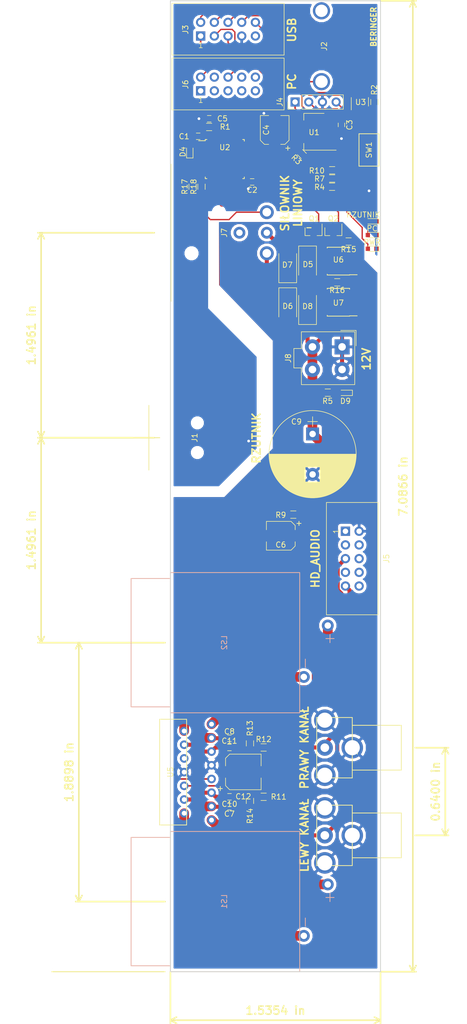
<source format=kicad_pcb>
(kicad_pcb (version 20171130) (host pcbnew "(5.0.0-rc2-dev-311-g1dd4af297)")
  (title_block (title resetUSB) (date 2018-02-14) (rev 1.0) (comment 1 "Projektant: Marek Piotrowski"))
  (layers (0 F.Cu signal) (31 B.Cu signal) (34 B.Paste user) (35 F.Paste user) (36 B.SilkS user) (37 F.SilkS user) (38 B.Mask user) (39 F.Mask user) (44 Edge.Cuts user))
  (net 0 "")
  (net 1 GND)
  (net 2 +5V)
  (net 3 +3V3)
  (net 4 +12V)
  (net 5 "Net-(D1-Pad2)")
  (net 6 "Net-(D2-Pad2)")
  (net 7 "Net-(D6-Pad2)")
  (net 8 /SWDIO)
  (net 9 /USB_P)
  (net 10 /USB_M)
  (net 11 "Net-(Q1-Pad1)")
  (net 12 "Net-(Q1-Pad3)")
  (net 13 "Net-(Q2-Pad3)")
  (net 14 "Net-(Q2-Pad1)")
  (net 15 /USB_PWR)
  (net 16 /SWCLK)
  (net 17 /M_IMP)
  (net 18 /RZUTNIK_VBUS)
  (net 19 /RZUTNIK_DP)
  (net 20 /RZUTNIK_DM)
  (net 21 /PC_PWR)
  (net 22 /PC_LED)
  (net 23 /M_IN1)
  (net 24 /M_IN2)
  (net 25 /LED_RED)
  (net 26 /LED_GREEN)
  (net 27 /LED_BLUE)
  (net 28 /PRZYCISK)
  (net 29 GNDA)
  (net 30 "Net-(C10-Pad2)")
  (net 31 "Net-(C10-Pad1)")
  (net 32 "Net-(LS1-Pad2)")
  (net 33 "Net-(LS1-Pad1)")
  (net 34 "Net-(LS2-Pad1)")
  (net 35 "Net-(LS2-Pad2)")
  (net 36 "Net-(C12-Pad1)")
  (net 37 "Net-(C5-Pad1)")
  (net 38 "Net-(C6-Pad1)")
  (net 39 "Net-(C11-Pad2)")
  (net 40 "Net-(C11-Pad1)")
  (net 41 "Net-(D3-Pad2)")
  (net 42 "Net-(D4-Pad1)")
  (net 43 "Net-(D5-Pad2)")
  (net 44 "Net-(J2-Pad5)")
  (net 45 "Net-(J2-Pad3)")
  (net 46 "Net-(J2-Pad4)")
  (net 47 "Net-(J2-Pad2)")
  (net 48 "Net-(J2-Pad1)")
  (net 49 "Net-(J3-Pad2)")
  (net 50 /OUT2_R)
  (net 51 /OUT2_L)
  (net 52 "Net-(D9-Pad2)")
  (module mpio:IDC10 (layer F.Cu) (at 144.526 144.272 270)
    (fp_text reference J5 (at 5.08 -7.62 270) (layer F.SilkS))
    (fp_text value Conn_02x05)
    (fp_text user 1 (at 0.02 1.72 270) (layer F.SilkS) (effects (font (thickness 0.12))))
    (pad 1 thru_hole rect (at 0 0 270) (size 1.7272 1.7272) (drill 1.016) (layers *.Cu *.Mask))
    (pad 2 thru_hole oval (at 0 -2.54 270) (size 1.7272 1.7272) (drill 1.016) (layers *.Cu *.Mask) (net 29 GNDA))
    (pad 3 thru_hole oval (at 2.54 0 270) (size 1.7272 1.7272) (drill 1.016) (layers *.Cu *.Mask))
    (pad 4 thru_hole oval (at 2.54 -2.54 270) (size 1.7272 1.7272) (drill 1.016) (layers *.Cu *.Mask))
    (pad 5 thru_hole oval (at 5.08 0 270) (size 1.7272 1.7272) (drill 1.016) (layers *.Cu *.Mask) (net 50 /OUT2_R))
    (pad 6 thru_hole oval (at 5.08 -2.54 270) (size 1.7272 1.7272) (drill 1.016) (layers *.Cu *.Mask))
    (pad 7 thru_hole oval (at 7.62 0 270) (size 1.7272 1.7272) (drill 1.016) (layers *.Cu *.Mask))
    (pad 8 thru_hole oval (at 7.62 -2.54 270) (size 1.7272 1.7272) (drill 1.016) (layers *.Cu *.Mask))
    (pad 9 thru_hole oval (at 10.16 0 270) (size 1.7272 1.7272) (drill 1.016) (layers *.Cu *.Mask) (net 51 /OUT2_L))
    (pad 10 thru_hole oval (at 10.16 -2.54 270) (size 1.7272 1.7272) (drill 1.016) (layers *.Cu *.Mask))
  )
  (module mpio:FC68391 (layer F.Cu) (at 145.796 200.66 90)
    (fp_text reference J9 (at 0 0.5 90) (layer F.SilkS))
    (fp_text value FC68391)
    (pad 2 thru_hole circle (at 5.1 -5.1 90) (size 4 4) (drill 2.8) (layers *.Cu *.Mask) (net 29 GNDA))
    (pad 2 thru_hole circle (at -5.1 -5.1 90) (size 4 4) (drill 2.8) (layers *.Cu *.Mask) (net 29 GNDA))
    (pad 1 thru_hole circle (at 0 -5.1 90) (size 3 3) (drill 1.6) (layers *.Cu *.Mask) (net 51 /OUT2_L))
    (pad 2 thru_hole circle (at 0 0 90) (size 4 4) (drill 2.8) (layers *.Cu *.Mask) (net 29 GNDA))
  )
  (module mpio:NLJ2MD-H (layer B.Cu) (at 112.0375 164.9325 90)
    (fp_text reference LS2 (at 0 10 90) (layer B.SilkS) (effects (justify mirror)))
    (fp_text value NLJ2MD-H)
    (fp_text user - (at -3.81 24.892 90) (layer B.SilkS) (effects (font (size 2 2)) (justify mirror)))
    (fp_text user + (at 0.762 29.464 90) (layer B.SilkS) (effects (font (size 2 2)) (justify mirror)))
    (pad 1 thru_hole circle (at 3.18 29.21 90) (size 2.2 2.2) (drill 1.2) (layers *.Cu *.Mask) (net 34 "Net-(LS2-Pad1)"))
    (pad 2 thru_hole circle (at -6.35 24.77 90) (size 2.2 2.2) (drill 1.2) (layers *.Cu *.Mask) (net 35 "Net-(LS2-Pad2)"))
  )
  (module mpio:FC68391 (layer F.Cu) (at 145.796 184.404 90)
    (fp_text reference J10 (at 0 0.5 90) (layer F.SilkS))
    (fp_text value FC68391)
    (pad 2 thru_hole circle (at 5.1 -5.1 90) (size 4 4) (drill 2.8) (layers *.Cu *.Mask) (net 29 GNDA))
    (pad 2 thru_hole circle (at -5.1 -5.1 90) (size 4 4) (drill 2.8) (layers *.Cu *.Mask) (net 29 GNDA))
    (pad 1 thru_hole circle (at 0 -5.1 90) (size 3 3) (drill 1.6) (layers *.Cu *.Mask) (net 50 /OUT2_R))
    (pad 2 thru_hole circle (at 0 0 90) (size 4 4) (drill 2.8) (layers *.Cu *.Mask) (net 29 GNDA))
  )
  (module Resistors_SMD:R_0603 (layer F.Cu) (at 129.3415 193.5065 180)
    (fp_text reference R11 (at -2.794 0 180) (layer F.SilkS))
    (fp_text value 4K7)
    (pad 1 smd rect (at -0.75 0 180) (size 0.5 0.9) (layers F.Cu F.Paste F.Mask) (net 51 /OUT2_L))
    (pad 2 smd rect (at 0.75 0 180) (size 0.5 0.9) (layers F.Cu F.Paste F.Mask) (net 31 "Net-(C10-Pad1)"))
  )
  (module Capacitors_SMD:C_0603 (layer F.Cu) (at 122.9915 184.3625 180)
    (fp_text reference C11 (at 0 1.2192 180) (layer F.SilkS))
    (fp_text value 0.47u)
    (pad 2 smd rect (at 0.75 0 180) (size 0.8 0.75) (layers F.Cu F.Paste F.Mask) (net 39 "Net-(C11-Pad2)"))
    (pad 1 smd rect (at -0.75 0 180) (size 0.8 0.75) (layers F.Cu F.Paste F.Mask) (net 40 "Net-(C11-Pad1)"))
  )
  (module Capacitors_SMD:C_0603 (layer F.Cu) (at 123.0035 193.5065 180)
    (fp_text reference C10 (at 0 -1.3462 180) (layer F.SilkS))
    (fp_text value 0.47u)
    (pad 1 smd rect (at -0.75 0 180) (size 0.8 0.75) (layers F.Cu F.Paste F.Mask) (net 31 "Net-(C10-Pad1)"))
    (pad 2 smd rect (at 0.75 0 180) (size 0.8 0.75) (layers F.Cu F.Paste F.Mask) (net 30 "Net-(C10-Pad2)"))
  )
  (module Diodes_SMD:D_SMA (layer F.Cu) (at 133.813 94.7962 90)
    (fp_text reference D7 (at -0.0948 -0.0585 180) (layer F.SilkS))
    (fp_text value US1D)
    (pad 2 smd rect (at 2 0 90) (size 2.5 1.8) (layers F.Cu F.Paste F.Mask) (net 29 GNDA))
    (pad 1 smd rect (at -2 0 90) (size 2.5 1.8) (layers F.Cu F.Paste F.Mask) (net 43 "Net-(D5-Pad2)"))
  )
  (module Diodes_SMD:D_SMA (layer F.Cu) (at 133.813 102.5432 270)
    (fp_text reference D8 (at 0.0313 -3.688) (layer F.SilkS))
    (fp_text value US1D)
    (pad 2 smd rect (at 2 0 270) (size 2.5 1.8) (layers F.Cu F.Paste F.Mask) (net 29 GNDA))
    (pad 1 smd rect (at -2 0 270) (size 2.5 1.8) (layers F.Cu F.Paste F.Mask) (net 7 "Net-(D6-Pad2)"))
  )
  (module Diodes_SMD:D_SMA (layer F.Cu) (at 137.496 102.5432 90)
    (fp_text reference D6 (at 0 -3.678 180) (layer F.SilkS))
    (fp_text value US1D)
    (pad 1 smd rect (at -2 0 90) (size 2.5 1.8) (layers F.Cu F.Paste F.Mask) (net 4 +12V))
    (pad 2 smd rect (at 2 0 90) (size 2.5 1.8) (layers F.Cu F.Paste F.Mask) (net 7 "Net-(D6-Pad2)"))
  )
  (module mpio:SOIC-8_3.9x4.9mm_Pitch1.27mm (layer F.Cu) (at 143.2237 101.8146 180)
    (fp_text reference U7 (at 0 -0.1179 180) (layer F.SilkS))
    (fp_text value AO4616)
    (pad 1 smd rect (at -2.7 -1.905 180) (size 1.55 0.6) (layers F.Cu F.Paste F.Mask) (net 29 GNDA))
    (pad 2 smd rect (at -2.7 -0.635 180) (size 1.55 0.6) (layers F.Cu F.Paste F.Mask) (net 13 "Net-(Q2-Pad3)"))
    (pad 3 smd rect (at -2.7 0.635 180) (size 1.55 0.6) (layers F.Cu F.Paste F.Mask) (net 4 +12V))
    (pad 4 smd rect (at -2.7 1.905 180) (size 1.55 0.6) (layers F.Cu F.Paste F.Mask) (net 13 "Net-(Q2-Pad3)"))
    (pad 5 smd rect (at 2.7 1.905 180) (size 1.55 0.6) (layers F.Cu F.Paste F.Mask) (net 7 "Net-(D6-Pad2)"))
    (pad 6 smd rect (at 2.7 0.635 180) (size 1.55 0.6) (layers F.Cu F.Paste F.Mask) (net 7 "Net-(D6-Pad2)"))
    (pad 7 smd rect (at 2.7 -0.635 180) (size 1.55 0.6) (layers F.Cu F.Paste F.Mask) (net 7 "Net-(D6-Pad2)"))
    (pad 8 smd rect (at 2.7 -1.905 180) (size 1.55 0.6) (layers F.Cu F.Paste F.Mask) (net 7 "Net-(D6-Pad2)"))
  )
  (module TO_SOT_Packages_SMD:SOT-23 (layer F.Cu) (at 138.6035 88.702 270)
    (fp_text reference Q1 (at -2.3835 -0.104) (layer F.SilkS))
    (fp_text value BC817)
    (pad 3 smd rect (at 1 0 270) (size 0.9 0.8) (layers F.Cu F.Paste F.Mask) (net 12 "Net-(Q1-Pad3)"))
    (pad 2 smd rect (at -1 0.95 270) (size 0.9 0.8) (layers F.Cu F.Paste F.Mask) (net 29 GNDA))
    (pad 1 smd rect (at -1 -0.95 270) (size 0.9 0.8) (layers F.Cu F.Paste F.Mask) (net 11 "Net-(Q1-Pad1)"))
  )
  (module Diodes_SMD:D_SMA (layer F.Cu) (at 137.496 94.7962 270)
    (fp_text reference D5 (at 0 -0.0685) (layer F.SilkS))
    (fp_text value US1D)
    (pad 1 smd rect (at -2 0 270) (size 2.5 1.8) (layers F.Cu F.Paste F.Mask) (net 4 +12V))
    (pad 2 smd rect (at 2 0 270) (size 2.5 1.8) (layers F.Cu F.Paste F.Mask) (net 43 "Net-(D5-Pad2)"))
  )
  (module TO_SOT_Packages_SMD:SOT-23 (layer F.Cu) (at 142.2865 88.702 270)
    (fp_text reference Q2 (at -2.3835 0.023) (layer F.SilkS))
    (fp_text value BC817)
    (pad 3 smd rect (at 1 0 270) (size 0.9 0.8) (layers F.Cu F.Paste F.Mask) (net 13 "Net-(Q2-Pad3)"))
    (pad 2 smd rect (at -1 0.95 270) (size 0.9 0.8) (layers F.Cu F.Paste F.Mask) (net 29 GNDA))
    (pad 1 smd rect (at -1 -0.95 270) (size 0.9 0.8) (layers F.Cu F.Paste F.Mask) (net 14 "Net-(Q2-Pad1)"))
  )
  (module Resistors_SMD:R_0603 (layer F.Cu) (at 142.0603 77.3523 180)
    (fp_text reference R10 (at 2.8448 -0.0762 180) (layer F.SilkS))
    (fp_text value 33K)
    (pad 1 smd rect (at -0.75 0 180) (size 0.5 0.9) (layers F.Cu F.Paste F.Mask) (net 41 "Net-(D3-Pad2)"))
    (pad 2 smd rect (at 0.75 0 180) (size 0.5 0.9) (layers F.Cu F.Paste F.Mask) (net 27 /LED_BLUE))
  )
  (module mpio:SOIC-8_3.9x4.9mm_Pitch1.27mm (layer F.Cu) (at 143.2237 94.1946 180)
    (fp_text reference U6 (at 0 0.2621 180) (layer F.SilkS))
    (fp_text value AO4616)
    (pad 1 smd rect (at -2.7 -1.905 180) (size 1.55 0.6) (layers F.Cu F.Paste F.Mask) (net 29 GNDA))
    (pad 2 smd rect (at -2.7 -0.635 180) (size 1.55 0.6) (layers F.Cu F.Paste F.Mask) (net 12 "Net-(Q1-Pad3)"))
    (pad 3 smd rect (at -2.7 0.635 180) (size 1.55 0.6) (layers F.Cu F.Paste F.Mask) (net 4 +12V))
    (pad 4 smd rect (at -2.7 1.905 180) (size 1.55 0.6) (layers F.Cu F.Paste F.Mask) (net 12 "Net-(Q1-Pad3)"))
    (pad 5 smd rect (at 2.7 1.905 180) (size 1.55 0.6) (layers F.Cu F.Paste F.Mask) (net 43 "Net-(D5-Pad2)"))
    (pad 6 smd rect (at 2.7 0.635 180) (size 1.55 0.6) (layers F.Cu F.Paste F.Mask) (net 43 "Net-(D5-Pad2)"))
    (pad 7 smd rect (at 2.7 -0.635 180) (size 1.55 0.6) (layers F.Cu F.Paste F.Mask) (net 43 "Net-(D5-Pad2)"))
    (pad 8 smd rect (at 2.7 -1.905 180) (size 1.55 0.6) (layers F.Cu F.Paste F.Mask) (net 43 "Net-(D5-Pad2)"))
  )
  (module mpio:Molex_MiniFit-JR-5556-04A_2x02x4.20mm_Straight (layer F.Cu) (at 143.9015 110.0935 270)
    (fp_text reference J8 (at 2.1 10 270) (layer F.SilkS))
    (fp_text value "Mini-Fit Jr; 4,2mm")
    (pad 1 thru_hole rect (at 0 0 270) (size 2.8 2.8) (drill 1.4) (layers *.Cu *.Mask) (net 29 GNDA))
    (pad 2 thru_hole circle (at 4.2 0 270) (size 2.8 2.8) (drill 1.4) (layers *.Cu *.Mask) (net 29 GNDA))
    (pad 3 thru_hole circle (at 0 5.5 270) (size 2.8 2.8) (drill 1.4) (layers *.Cu *.Mask) (net 4 +12V))
    (pad 4 thru_hole circle (at 4.2 5.5 270) (size 2.8 2.8) (drill 1.4) (layers *.Cu *.Mask) (net 4 +12V))
  )
  (module mpio:AC3MAH-AU-PRE (layer F.Cu) (at 121.0375 88.9325 90)
    (fp_text reference J7 (at 0 1 90) (layer F.SilkS))
    (fp_text value AC3MAH-AU-PRE)
    (pad "" np_thru_hole circle (at -3.81 -5.08 90) (size 1.6 1.6) (drill 1.6) (layers *.Cu *.Mask))
    (pad "" np_thru_hole circle (at 3.81 0 90) (size 1.6 1.6) (drill 1.6) (layers *.Cu *.Mask))
    (pad 4 thru_hole circle (at 0 3.81 90) (size 2.2 2.2) (drill 1.2) (layers *.Cu *.Mask))
    (pad 3 thru_hole circle (at 0 8.89 90) (size 2.2 2.2) (drill 1.2) (layers *.Cu *.Mask) (net 43 "Net-(D5-Pad2)"))
    (pad 2 thru_hole circle (at -3.81 8.89 90) (size 2.6 2.6) (drill 1.6) (layers *.Cu *.Mask) (net 7 "Net-(D6-Pad2)"))
    (pad 1 thru_hole circle (at 3.81 8.89 90) (size 2.6 2.6) (drill 1.6) (layers *.Cu *.Mask) (net 42 "Net-(D4-Pad1)"))
  )
  (module Housings_QFP:LQFP-32_7x7mm_Pitch0.8mm (layer F.Cu) (at 122.130272 75.273643)
    (fp_text reference U2 (at 0 -2.163143) (layer F.SilkS))
    (fp_text value STM32F042K6Tx)
    (pad 1 smd rect (at -4.25 -2.8) (size 1.2 0.6) (layers F.Cu F.Paste F.Mask) (net 3 +3V3))
    (pad 2 smd rect (at -4.25 -2) (size 1.2 0.6) (layers F.Cu F.Paste F.Mask) (net 17 /M_IMP))
    (pad 3 smd rect (at -4.25 -1.2) (size 1.2 0.6) (layers F.Cu F.Paste F.Mask))
    (pad 4 smd rect (at -4.25 -0.4) (size 1.2 0.6) (layers F.Cu F.Paste F.Mask))
    (pad 5 smd rect (at -4.25 0.4) (size 1.2 0.6) (layers F.Cu F.Paste F.Mask) (net 3 +3V3))
    (pad 6 smd rect (at -4.25 1.2) (size 1.2 0.6) (layers F.Cu F.Paste F.Mask) (net 23 /M_IN1))
    (pad 7 smd rect (at -4.25 2) (size 1.2 0.6) (layers F.Cu F.Paste F.Mask) (net 24 /M_IN2))
    (pad 8 smd rect (at -4.25 2.8) (size 1.2 0.6) (layers F.Cu F.Paste F.Mask))
    (pad 9 smd rect (at -2.8 4.25 90) (size 1.2 0.6) (layers F.Cu F.Paste F.Mask) (net 25 /LED_RED))
    (pad 10 smd rect (at -2 4.25 90) (size 1.2 0.6) (layers F.Cu F.Paste F.Mask) (net 26 /LED_GREEN))
    (pad 11 smd rect (at -1.2 4.25 90) (size 1.2 0.6) (layers F.Cu F.Paste F.Mask) (net 27 /LED_BLUE))
    (pad 12 smd rect (at -0.4 4.25 90) (size 1.2 0.6) (layers F.Cu F.Paste F.Mask))
    (pad 13 smd rect (at 0.4 4.25 90) (size 1.2 0.6) (layers F.Cu F.Paste F.Mask))
    (pad 14 smd rect (at 1.2 4.25 90) (size 1.2 0.6) (layers F.Cu F.Paste F.Mask))
    (pad 15 smd rect (at 2 4.25 90) (size 1.2 0.6) (layers F.Cu F.Paste F.Mask))
    (pad 16 smd rect (at 2.8 4.25 90) (size 1.2 0.6) (layers F.Cu F.Paste F.Mask) (net 1 GND))
    (pad 17 smd rect (at 4.25 2.8) (size 1.2 0.6) (layers F.Cu F.Paste F.Mask) (net 3 +3V3))
    (pad 18 smd rect (at 4.25 2) (size 1.2 0.6) (layers F.Cu F.Paste F.Mask))
    (pad 19 smd rect (at 4.25 1.2) (size 1.2 0.6) (layers F.Cu F.Paste F.Mask) (net 28 /PRZYCISK))
    (pad 20 smd rect (at 4.25 0.4) (size 1.2 0.6) (layers F.Cu F.Paste F.Mask) (net 15 /USB_PWR))
    (pad 21 smd rect (at 4.25 -0.4) (size 1.2 0.6) (layers F.Cu F.Paste F.Mask) (net 10 /USB_M))
    (pad 22 smd rect (at 4.25 -1.2) (size 1.2 0.6) (layers F.Cu F.Paste F.Mask) (net 9 /USB_P))
    (pad 23 smd rect (at 4.25 -2) (size 1.2 0.6) (layers F.Cu F.Paste F.Mask) (net 8 /SWDIO))
    (pad 24 smd rect (at 4.25 -2.8) (size 1.2 0.6) (layers F.Cu F.Paste F.Mask) (net 16 /SWCLK))
    (pad 25 smd rect (at 2.8 -4.25 90) (size 1.2 0.6) (layers F.Cu F.Paste F.Mask) (net 22 /PC_LED))
    (pad 26 smd rect (at 2 -4.25 90) (size 1.2 0.6) (layers F.Cu F.Paste F.Mask) (net 21 /PC_PWR))
    (pad 27 smd rect (at 1.2 -4.25 90) (size 1.2 0.6) (layers F.Cu F.Paste F.Mask))
    (pad 28 smd rect (at 0.4 -4.25 90) (size 1.2 0.6) (layers F.Cu F.Paste F.Mask) (net 19 /RZUTNIK_DP))
    (pad 29 smd rect (at -0.4 -4.25 90) (size 1.2 0.6) (layers F.Cu F.Paste F.Mask) (net 20 /RZUTNIK_DM))
    (pad 30 smd rect (at -1.2 -4.25 90) (size 1.2 0.6) (layers F.Cu F.Paste F.Mask) (net 18 /RZUTNIK_VBUS))
    (pad 31 smd rect (at -2 -4.25 90) (size 1.2 0.6) (layers F.Cu F.Paste F.Mask) (net 37 "Net-(C5-Pad1)"))
    (pad 32 smd rect (at -2.8 -4.25 90) (size 1.2 0.6) (layers F.Cu F.Paste F.Mask) (net 1 GND))
  )
  (module Resistors_SMD:R_0603 (layer F.Cu) (at 129.3415 184.3625 180)
    (fp_text reference R12 (at 0 1.524 180) (layer F.SilkS))
    (fp_text value 4K7)
    (pad 2 smd rect (at 0.75 0 180) (size 0.5 0.9) (layers F.Cu F.Paste F.Mask) (net 40 "Net-(C11-Pad1)"))
    (pad 1 smd rect (at -0.75 0 180) (size 0.5 0.9) (layers F.Cu F.Paste F.Mask) (net 50 /OUT2_R))
  )
  (module Resistors_SMD:R_0603 (layer F.Cu) (at 119.225376 69.325202)
    (fp_text reference R1 (at 2.972124 -0.024702) (layer F.SilkS))
    (fp_text value 100K)
    (pad 2 smd rect (at 0.75 0) (size 0.5 0.9) (layers F.Cu F.Paste F.Mask) (net 37 "Net-(C5-Pad1)"))
    (pad 1 smd rect (at -0.75 0) (size 0.5 0.9) (layers F.Cu F.Paste F.Mask) (net 1 GND))
  )
  (module Capacitors_SMD:C_0603 (layer F.Cu) (at 117.191131 71.052923)
    (fp_text reference C1 (at -2.613631 0.025577) (layer F.SilkS))
    (fp_text value 100n)
    (pad 1 smd rect (at -0.75 0) (size 0.8 0.75) (layers F.Cu F.Paste F.Mask) (net 3 +3V3))
    (pad 2 smd rect (at 0.75 0) (size 0.8 0.75) (layers F.Cu F.Paste F.Mask) (net 1 GND))
  )
  (module Capacitors_SMD:C_0603 (layer F.Cu) (at 119.237376 67.801202 180)
    (fp_text reference C5 (at -2.452124 0.024702 180) (layer F.SilkS))
    (fp_text value 100n)
    (pad 1 smd rect (at -0.75 0 180) (size 0.8 0.75) (layers F.Cu F.Paste F.Mask) (net 37 "Net-(C5-Pad1)"))
    (pad 2 smd rect (at 0.75 0 180) (size 0.8 0.75) (layers F.Cu F.Paste F.Mask) (net 1 GND))
  )
  (module mpio:USB-A_SMD (layer F.Cu) (at 140.081 54.356 90)
    (fp_text reference J2 (at 0 0.5 90) (layer F.SilkS))
    (fp_text value TUEA4F2SOBHT)
    (pad 5 thru_hole circle (at -6.57 0 90) (size 3.2 3.2) (drill 2.3) (layers *.Cu *.Mask) (net 44 "Net-(J2-Pad5)"))
    (pad 5 thru_hole circle (at 6.57 0 90) (size 3.2 3.2) (drill 2.3) (layers *.Cu *.Mask) (net 44 "Net-(J2-Pad5)"))
    (pad 3 smd rect (at 1 -4.21 90) (size 1 3) (layers F.Cu F.Paste F.Mask) (net 45 "Net-(J2-Pad3)"))
    (pad 4 smd rect (at 3.5 -4.21 90) (size 1 3) (layers F.Cu F.Paste F.Mask) (net 46 "Net-(J2-Pad4)"))
    (pad 2 smd rect (at -1 -4.21 90) (size 1 3) (layers F.Cu F.Paste F.Mask) (net 47 "Net-(J2-Pad2)"))
    (pad 1 smd rect (at -3.5 -4.21 90) (size 1 3) (layers F.Cu F.Paste F.Mask) (net 48 "Net-(J2-Pad1)"))
  )
  (module Capacitors_SMD:C_0603 (layer F.Cu) (at 122.9915 182.6505)
    (fp_text reference C8 (at 0 -1.2446) (layer F.SilkS))
    (fp_text value 100n)
    (pad 2 smd rect (at 0.75 0) (size 0.8 0.75) (layers F.Cu F.Paste F.Mask) (net 29 GNDA))
    (pad 1 smd rect (at -0.75 0) (size 0.8 0.75) (layers F.Cu F.Paste F.Mask) (net 4 +12V))
  )
  (module Capacitors_THT:CP_Radial_D16.0mm_P7.50mm (layer F.Cu) (at 138.43 126.238 270)
    (fp_text reference C9 (at -2.28 3) (layer F.SilkS))
    (fp_text value 4700u)
    (pad 1 thru_hole rect (at 0 0 270) (size 2.4 2.4) (drill 1.2) (layers *.Cu *.Mask) (net 4 +12V))
    (pad 2 thru_hole circle (at 7.5 0 270) (size 2.4 2.4) (drill 1.2) (layers *.Cu *.Mask) (net 29 GNDA))
  )
  (module mpio:NLJ2MD-H (layer B.Cu) (at 112.0375 212.9325 90)
    (fp_text reference LS1 (at 0 10 90) (layer B.SilkS) (effects (justify mirror)))
    (fp_text value NLJ2MD-H)
    (fp_text user + (at 0.762 29.464 90) (layer B.SilkS) (effects (font (size 2 2)) (justify mirror)))
    (fp_text user - (at -3.81 24.892 90) (layer B.SilkS) (effects (font (size 2 2)) (justify mirror)))
    (pad 2 thru_hole circle (at -6.35 24.77 90) (size 2.2 2.2) (drill 1.2) (layers *.Cu *.Mask) (net 32 "Net-(LS1-Pad2)"))
    (pad 1 thru_hole circle (at 3.18 29.21 90) (size 2.2 2.2) (drill 1.2) (layers *.Cu *.Mask) (net 33 "Net-(LS1-Pad1)"))
  )
  (module Capacitors_SMD:C_0603 (layer F.Cu) (at 143.786359 68.940041 270)
    (fp_text reference C3 (at 0 -1.5 270) (layer F.SilkS))
    (fp_text value 100n)
    (pad 1 smd rect (at -0.75 0 270) (size 0.8 0.75) (layers F.Cu F.Paste F.Mask) (net 2 +5V))
    (pad 2 smd rect (at 0.75 0 270) (size 0.8 0.75) (layers F.Cu F.Paste F.Mask) (net 1 GND))
  )
  (module Capacitors_SMD:CP_Elec_5x5.3 (layer F.Cu) (at 131.4183 69.8751 90)
    (fp_text reference C4 (at 0 -1.6008 90) (layer F.SilkS))
    (fp_text value 10u)
    (fp_text user + (at -3.38 2.34 90) (layer F.SilkS))
    (pad 2 smd rect (at 2.2 0 270) (size 3 1.6) (layers F.Cu F.Paste F.Mask) (net 1 GND))
    (pad 1 smd rect (at -2.2 0 270) (size 3 1.6) (layers F.Cu F.Paste F.Mask) (net 3 +3V3))
  )
  (module TO_SOT_Packages_SMD:SOT-223-3_TabPin2 (layer F.Cu) (at 138.706359 70.210041 180)
    (fp_text reference U1 (at 0 -0.106459 180) (layer F.SilkS))
    (fp_text value LD1117S33TR)
    (pad 1 smd rect (at -3.15 -2.3 180) (size 2 1.5) (layers F.Cu F.Paste F.Mask) (net 1 GND))
    (pad 3 smd rect (at -3.15 2.3 180) (size 2 1.5) (layers F.Cu F.Paste F.Mask) (net 2 +5V))
    (pad 2 smd rect (at -3.15 0 180) (size 2 1.5) (layers F.Cu F.Paste F.Mask) (net 3 +3V3))
    (pad 2 smd rect (at 3.15 0 180) (size 2 3.8) (layers F.Cu F.Paste F.Mask) (net 3 +3V3))
  )
  (module mpio:SW_3x6_1,6x7,4 (layer F.Cu) (at 148.8935 73.5835 90)
    (fp_text reference SW1 (at 0 0 90) (layer F.SilkS))
    (fp_text value "TACTM-34N-F " hide)
    (pad 2 smd rect (at 3.7 0 90) (size 2.18 1.6) (layers F.Cu F.Paste F.Mask) (net 28 /PRZYCISK))
    (pad 1 smd rect (at -3.7 0 90) (size 2.18 1.6) (layers F.Cu F.Paste F.Mask) (net 1 GND))
  )
  (module Capacitors_SMD:C_0603 (layer F.Cu) (at 127.210127 79.513456 180)
    (fp_text reference C2 (at 0 -1.5 180) (layer F.SilkS))
    (fp_text value 100n)
    (pad 1 smd rect (at -0.75 0 180) (size 0.8 0.75) (layers F.Cu F.Paste F.Mask) (net 3 +3V3))
    (pad 2 smd rect (at 0.75 0 180) (size 0.8 0.75) (layers F.Cu F.Paste F.Mask) (net 1 GND))
  )
  (module Resistors_SMD:R_0603 (layer F.Cu) (at 136.4475 74.3455 135)
    (fp_text reference R3 (at 0 -1.45 135) (layer F.SilkS))
    (fp_text value 100K)
    (pad 2 smd rect (at 0.75 0 135) (size 0.5 0.9) (layers F.Cu F.Paste F.Mask) (net 3 +3V3))
    (pad 1 smd rect (at -0.75 0 135) (size 0.5 0.9) (layers F.Cu F.Paste F.Mask) (net 8 /SWDIO))
  )
  (module Resistors_SMD:R_0603 (layer F.Cu) (at 126.8015 183.6005 90)
    (fp_text reference R13 (at 2.794 0 90) (layer F.SilkS))
    (fp_text value 10K)
    (pad 2 smd rect (at 0.75 0 90) (size 0.5 0.9) (layers F.Cu F.Paste F.Mask) (net 29 GNDA))
    (pad 1 smd rect (at -0.75 0 90) (size 0.5 0.9) (layers F.Cu F.Paste F.Mask) (net 40 "Net-(C11-Pad1)"))
  )
  (module Diodes_SMD:D_SOD-523 (layer F.Cu) (at 115.6335 73.9235 90)
    (fp_text reference D4 (at 0 -1.3 90) (layer F.SilkS))
    (fp_text value 1PS79SB70)
    (pad 1 smd rect (at -0.7 0 270) (size 0.6 0.7) (layers F.Cu F.Paste F.Mask) (net 42 "Net-(D4-Pad1)"))
    (pad 2 smd rect (at 0.7 0 270) (size 0.6 0.7) (layers F.Cu F.Paste F.Mask) (net 17 /M_IMP))
  )
  (module LEDs:LED_0603 (layer F.Cu) (at 149.484 91.8985 180)
    (fp_text reference D1 hide)
    (fp_text value RED)
    (pad 1 smd rect (at -0.8 0) (size 0.8 0.8) (layers F.Cu F.Paste F.Mask) (net 1 GND))
    (pad 2 smd rect (at 0.8 0) (size 0.8 0.8) (layers F.Cu F.Paste F.Mask) (net 5 "Net-(D1-Pad2)"))
  )
  (module LEDs:LED_0603 (layer F.Cu) (at 149.484 89.3585 180)
    (fp_text reference D2 hide)
    (fp_text value GREEN)
    (pad 1 smd rect (at -0.8 0) (size 0.8 0.8) (layers F.Cu F.Paste F.Mask) (net 1 GND))
    (pad 2 smd rect (at 0.8 0) (size 0.8 0.8) (layers F.Cu F.Paste F.Mask) (net 6 "Net-(D2-Pad2)"))
  )
  (module LEDs:LED_0603 (layer F.Cu) (at 149.484 86.8185 180)
    (fp_text reference D3 hide)
    (fp_text value BLUE)
    (pad 1 smd rect (at -0.8 0) (size 0.8 0.8) (layers F.Cu F.Paste F.Mask) (net 1 GND))
    (pad 2 smd rect (at 0.8 0) (size 0.8 0.8) (layers F.Cu F.Paste F.Mask) (net 41 "Net-(D3-Pad2)"))
  )
  (module mpio:USB-B_SMD (layer F.Cu) (at 117.0375 126.9325 270)
    (fp_text reference J1 (at 0 0.5 270) (layer F.SilkS))
    (fp_text value USBB-G-SMD)
    (pad 1 smd rect (at 1.875 -7 270) (size 0.7 3) (layers F.Cu F.Paste F.Mask) (net 18 /RZUTNIK_VBUS))
    (pad 3 smd rect (at -1.875 -7 270) (size 0.7 3) (layers F.Cu F.Paste F.Mask) (net 19 /RZUTNIK_DP))
    (pad 4 smd rect (at 0.625 -7 270) (size 0.7 3) (layers F.Cu F.Paste F.Mask) (net 1 GND))
    (pad 2 smd rect (at -0.625 -7 270) (size 0.7 3) (layers F.Cu F.Paste F.Mask) (net 20 /RZUTNIK_DM))
    (pad 5 smd rect (at 6.8 0 270) (size 3.4 6.04) (drill (offset 0 -0.58)) (layers F.Cu F.Paste F.Mask) (net 1 GND))
    (pad 5 smd rect (at -6.8 0 270) (size 3.4 6.04) (drill (offset 0 -0.58)) (layers F.Cu F.Paste F.Mask) (net 1 GND))
    (pad "" np_thru_hole circle (at 2.75 0 270) (size 1.4 1.4) (drill 1.4) (layers *.Cu *.Mask))
    (pad "" np_thru_hole circle (at -2.75 0 270) (size 1.4 1.4) (drill 1.4) (layers *.Cu *.Mask))
  )
  (module Resistors_SMD:R_0603 (layer F.Cu) (at 149.9095 64.6935 270)
    (fp_text reference R2 (at -2.251 0.026 270) (layer F.SilkS))
    (fp_text value 100K)
    (pad 2 smd rect (at 0.75 0 270) (size 0.5 0.9) (layers F.Cu F.Paste F.Mask) (net 15 /USB_PWR))
    (pad 1 smd rect (at -0.75 0 270) (size 0.5 0.9) (layers F.Cu F.Paste F.Mask) (net 49 "Net-(J3-Pad2)"))
  )
  (module mpio:IDC10 (layer F.Cu) (at 117.6515 52.4615)
    (fp_text reference J3 (at -2.82 -1.195 90) (layer F.SilkS))
    (fp_text value Conn_02x05)
    (fp_text user 1 (at 0.02 1.72) (layer F.SilkS) (effects (font (thickness 0.12))))
    (pad 1 thru_hole rect (at 0 0) (size 1.7272 1.7272) (drill 1.016) (layers *.Cu *.Mask) (net 2 +5V))
    (pad 2 thru_hole oval (at 0 -2.54) (size 1.7272 1.7272) (drill 1.016) (layers *.Cu *.Mask) (net 49 "Net-(J3-Pad2)"))
    (pad 3 thru_hole oval (at 2.54 0) (size 1.7272 1.7272) (drill 1.016) (layers *.Cu *.Mask) (net 10 /USB_M))
    (pad 4 thru_hole oval (at 2.54 -2.54) (size 1.7272 1.7272) (drill 1.016) (layers *.Cu *.Mask) (net 47 "Net-(J2-Pad2)"))
    (pad 5 thru_hole oval (at 5.08 0) (size 1.7272 1.7272) (drill 1.016) (layers *.Cu *.Mask) (net 9 /USB_P))
    (pad 6 thru_hole oval (at 5.08 -2.54) (size 1.7272 1.7272) (drill 1.016) (layers *.Cu *.Mask) (net 45 "Net-(J2-Pad3)"))
    (pad 7 thru_hole oval (at 7.62 0) (size 1.7272 1.7272) (drill 1.016) (layers *.Cu *.Mask) (net 1 GND))
    (pad 8 thru_hole oval (at 7.62 -2.54) (size 1.7272 1.7272) (drill 1.016) (layers *.Cu *.Mask) (net 46 "Net-(J2-Pad4)"))
    (pad 9 thru_hole oval (at 10.16 0) (size 1.7272 1.7272) (drill 1.016) (layers *.Cu *.Mask))
    (pad 10 thru_hole oval (at 10.16 -2.54) (size 1.7272 1.7272) (drill 1.016) (layers *.Cu *.Mask) (net 44 "Net-(J2-Pad5)"))
  )
  (module mpio:IDC10 (layer F.Cu) (at 117.6515 62.6215)
    (fp_text reference J6 (at -2.82 -1.195 90) (layer F.SilkS))
    (fp_text value Conn_02x05)
    (fp_text user 1 (at 0.02 1.72) (layer F.SilkS) (effects (font (thickness 0.12))))
    (pad 10 thru_hole oval (at 10.16 -2.54) (size 1.7272 1.7272) (drill 1.016) (layers *.Cu *.Mask))
    (pad 9 thru_hole oval (at 10.16 0) (size 1.7272 1.7272) (drill 1.016) (layers *.Cu *.Mask))
    (pad 8 thru_hole oval (at 7.62 -2.54) (size 1.7272 1.7272) (drill 1.016) (layers *.Cu *.Mask))
    (pad 7 thru_hole oval (at 7.62 0) (size 1.7272 1.7272) (drill 1.016) (layers *.Cu *.Mask))
    (pad 6 thru_hole oval (at 5.08 -2.54) (size 1.7272 1.7272) (drill 1.016) (layers *.Cu *.Mask) (net 21 /PC_PWR))
    (pad 5 thru_hole oval (at 5.08 0) (size 1.7272 1.7272) (drill 1.016) (layers *.Cu *.Mask))
    (pad 4 thru_hole oval (at 2.54 -2.54) (size 1.7272 1.7272) (drill 1.016) (layers *.Cu *.Mask))
    (pad 3 thru_hole oval (at 2.54 0) (size 1.7272 1.7272) (drill 1.016) (layers *.Cu *.Mask))
    (pad 2 thru_hole oval (at 0 -2.54) (size 1.7272 1.7272) (drill 1.016) (layers *.Cu *.Mask) (net 22 /PC_LED))
    (pad 1 thru_hole rect (at 0 0) (size 1.7272 1.7272) (drill 1.016) (layers *.Cu *.Mask))
  )
  (module Pin_Headers:Pin_Header_Straight_1x04_Pitch2.54mm (layer F.Cu) (at 135.1775 64.6935 90)
    (fp_text reference J4 (at 0 -2.82 270) (layer F.SilkS))
    (fp_text value SWD_4pin)
    (pad 4 thru_hole oval (at 0 7.62 90) (size 1.7 1.7) (drill 1) (layers *.Cu *.Mask) (net 8 /SWDIO))
    (pad 3 thru_hole oval (at 0 5.08 90) (size 1.7 1.7) (drill 1) (layers *.Cu *.Mask) (net 1 GND))
    (pad 2 thru_hole oval (at 0 2.54 90) (size 1.7 1.7) (drill 1) (layers *.Cu *.Mask) (net 16 /SWCLK))
    (pad 1 thru_hole rect (at 0 0 90) (size 1.7 1.7) (drill 1) (layers *.Cu *.Mask) (net 3 +3V3))
  )
  (module mpio:TSOP-6_1.65x3.05mm_Pitch0.95mm (layer F.Cu) (at 147.2044 64.6568 90)
    (fp_text reference U3 (at -0.0717 0.1391 180) (layer F.SilkS))
    (fp_text value IRLTS2242)
    (pad 6 smd rect (at 1.16 -0.95 90) (size 0.7 0.51) (layers F.Cu F.Paste F.Mask) (net 48 "Net-(J2-Pad1)"))
    (pad 5 smd rect (at 1.16 0 90) (size 0.7 0.51) (layers F.Cu F.Paste F.Mask) (net 48 "Net-(J2-Pad1)"))
    (pad 4 smd rect (at 1.16 0.95 90) (size 0.7 0.51) (layers F.Cu F.Paste F.Mask) (net 49 "Net-(J3-Pad2)"))
    (pad 3 smd rect (at -1.16 0.95 90) (size 0.7 0.51) (layers F.Cu F.Paste F.Mask) (net 15 /USB_PWR))
    (pad 2 smd rect (at -1.16 0 90) (size 0.7 0.51) (layers F.Cu F.Paste F.Mask) (net 48 "Net-(J2-Pad1)"))
    (pad 1 smd rect (at -1.16 -0.95 90) (size 0.7 0.51) (layers F.Cu F.Paste F.Mask) (net 48 "Net-(J2-Pad1)"))
  )
  (module Capacitors_SMD:CP_Elec_5x5.3 (layer F.Cu) (at 132.5245 145.0855 180)
    (fp_text reference C6 (at 0 -1.702 180) (layer F.SilkS))
    (fp_text value 10u)
    (fp_text user + (at -3.38 2.34 180) (layer F.SilkS))
    (pad 2 smd rect (at 2.2 0) (size 3 1.6) (layers F.Cu F.Paste F.Mask) (net 29 GNDA))
    (pad 1 smd rect (at -2.2 0) (size 3 1.6) (layers F.Cu F.Paste F.Mask) (net 38 "Net-(C6-Pad1)"))
  )
  (module Resistors_SMD:R_0603 (layer F.Cu) (at 142.0603 78.8763 180)
    (fp_text reference R7 (at 2.3368 -0.0562 180) (layer F.SilkS))
    (fp_text value 6K8)
    (pad 1 smd rect (at -0.75 0 180) (size 0.5 0.9) (layers F.Cu F.Paste F.Mask) (net 6 "Net-(D2-Pad2)"))
    (pad 2 smd rect (at 0.75 0 180) (size 0.5 0.9) (layers F.Cu F.Paste F.Mask) (net 26 /LED_GREEN))
  )
  (module mpio:MULTIWATT15 (layer F.Cu) (at 110.0375 188.9325 90)
    (fp_text reference U5 (at 0 2 90) (layer F.SilkS))
    (fp_text value TDA7375)
    (pad 8 thru_hole circle (at 0 4.55 90) (size 1.6 1.6) (drill 0.9) (layers *.Cu *.Mask) (net 29 GNDA))
    (pad 6 thru_hole circle (at -2.54 4.55 90) (size 1.6 1.6) (drill 0.9) (layers *.Cu *.Mask) (net 36 "Net-(C12-Pad1)"))
    (pad 4 thru_hole circle (at -5.08 4.55 90) (size 1.6 1.6) (drill 0.9) (layers *.Cu *.Mask) (net 30 "Net-(C10-Pad2)"))
    (pad 2 thru_hole circle (at -7.62 4.55 90) (size 1.6 1.6) (drill 0.9) (layers *.Cu *.Mask) (net 32 "Net-(LS1-Pad2)"))
    (pad 10 thru_hole circle (at 2.54 4.55 90) (size 1.6 1.6) (drill 0.9) (layers *.Cu *.Mask))
    (pad 12 thru_hole circle (at 5.08 4.55 90) (size 1.6 1.6) (drill 0.9) (layers *.Cu *.Mask) (net 39 "Net-(C11-Pad2)"))
    (pad 14 thru_hole circle (at 7.62 4.55 90) (size 1.6 1.6) (drill 0.9) (layers *.Cu *.Mask) (net 35 "Net-(LS2-Pad2)"))
    (pad 1 thru_hole circle (at -8.89 9.63 90) (size 1.6 1.6) (drill 0.9) (layers *.Cu *.Mask) (net 33 "Net-(LS1-Pad1)"))
    (pad 3 thru_hole circle (at -6.35 9.63 90) (size 1.6 1.6) (drill 0.9) (layers *.Cu *.Mask) (net 4 +12V))
    (pad 5 thru_hole circle (at -3.81 9.63 90) (size 1.6 1.6) (drill 0.9) (layers *.Cu *.Mask) (net 30 "Net-(C10-Pad2)"))
    (pad 7 thru_hole circle (at -1.27 9.63 90) (size 1.6 1.6) (drill 0.9) (layers *.Cu *.Mask) (net 38 "Net-(C6-Pad1)"))
    (pad 9 thru_hole circle (at 1.27 9.63 90) (size 1.6 1.6) (drill 0.9) (layers *.Cu *.Mask) (net 29 GNDA))
    (pad 11 thru_hole circle (at 3.81 9.63 90) (size 1.6 1.6) (drill 0.9) (layers *.Cu *.Mask) (net 39 "Net-(C11-Pad2)"))
    (pad 13 thru_hole circle (at 6.35 9.63 90) (size 1.6 1.6) (drill 0.9) (layers *.Cu *.Mask) (net 4 +12V))
    (pad 15 thru_hole circle (at 8.89 9.63 90) (size 1.6 1.6) (drill 0.9) (layers *.Cu *.Mask) (net 34 "Net-(LS2-Pad1)"))
  )
  (module Capacitors_SMD:C_0603 (layer F.Cu) (at 122.9915 195.3505)
    (fp_text reference C7 (at 0 1.3208) (layer F.SilkS))
    (fp_text value 100n)
    (pad 2 smd rect (at 0.75 0) (size 0.8 0.75) (layers F.Cu F.Paste F.Mask) (net 29 GNDA))
    (pad 1 smd rect (at -0.75 0) (size 0.8 0.75) (layers F.Cu F.Paste F.Mask) (net 4 +12V))
  )
  (module Resistors_SMD:R_0603 (layer F.Cu) (at 142.0495 80.4005 180)
    (fp_text reference R4 (at 2.326 -0.076 180) (layer F.SilkS))
    (fp_text value 22K)
    (pad 1 smd rect (at -0.75 0 180) (size 0.5 0.9) (layers F.Cu F.Paste F.Mask) (net 5 "Net-(D1-Pad2)"))
    (pad 2 smd rect (at 0.75 0 180) (size 0.5 0.9) (layers F.Cu F.Paste F.Mask) (net 25 /LED_RED))
  )
  (module Resistors_SMD:R_0603 (layer F.Cu) (at 134.8505 141.1893 180)
    (fp_text reference R9 (at 2.326 -0.076 180) (layer F.SilkS))
    (fp_text value 47K)
    (pad 1 smd rect (at -0.75 0 180) (size 0.5 0.9) (layers F.Cu F.Paste F.Mask) (net 4 +12V))
    (pad 2 smd rect (at 0.75 0 180) (size 0.5 0.9) (layers F.Cu F.Paste F.Mask) (net 38 "Net-(C6-Pad1)"))
  )
  (module Resistors_SMD:R_0603 (layer F.Cu) (at 126.8015 194.2685 270)
    (fp_text reference R14 (at 2.794 0 270) (layer F.SilkS))
    (fp_text value 10K)
    (pad 1 smd rect (at -0.75 0 270) (size 0.5 0.9) (layers F.Cu F.Paste F.Mask) (net 31 "Net-(C10-Pad1)"))
    (pad 2 smd rect (at 0.75 0 270) (size 0.5 0.9) (layers F.Cu F.Paste F.Mask) (net 29 GNDA))
  )
  (module Resistors_SMD:R_0603 (layer F.Cu) (at 145.1083 90.5603 180)
    (fp_text reference R15 (at 0 -1.45 180) (layer F.SilkS))
    (fp_text value 10K)
    (pad 2 smd rect (at 0.75 0 180) (size 0.5 0.9) (layers F.Cu F.Paste F.Mask) (net 4 +12V))
    (pad 1 smd rect (at -0.75 0 180) (size 0.5 0.9) (layers F.Cu F.Paste F.Mask) (net 12 "Net-(Q1-Pad3)"))
  )
  (module Resistors_SMD:R_0603 (layer F.Cu) (at 143.002 98.1295 180)
    (fp_text reference R16 (at 0 -1.45 180) (layer F.SilkS))
    (fp_text value 10K)
    (pad 1 smd rect (at -0.75 0 180) (size 0.5 0.9) (layers F.Cu F.Paste F.Mask) (net 13 "Net-(Q2-Pad3)"))
    (pad 2 smd rect (at 0.75 0 180) (size 0.5 0.9) (layers F.Cu F.Paste F.Mask) (net 4 +12V))
  )
  (module Resistors_SMD:R_0603 (layer F.Cu) (at 116.1523 80.4003 90)
    (fp_text reference R17 (at 0 -1.45 90) (layer F.SilkS))
    (fp_text value 10K)
    (pad 2 smd rect (at 0.75 0 90) (size 0.5 0.9) (layers F.Cu F.Paste F.Mask) (net 23 /M_IN1))
    (pad 1 smd rect (at -0.75 0 90) (size 0.5 0.9) (layers F.Cu F.Paste F.Mask) (net 11 "Net-(Q1-Pad1)"))
  )
  (module Resistors_SMD:R_0603 (layer F.Cu) (at 117.8033 80.4003 90)
    (fp_text reference R18 (at 0 -1.45 90) (layer F.SilkS))
    (fp_text value 10K)
    (pad 2 smd rect (at 0.75 0 90) (size 0.5 0.9) (layers F.Cu F.Paste F.Mask) (net 24 /M_IN2))
    (pad 1 smd rect (at -0.75 0 90) (size 0.5 0.9) (layers F.Cu F.Paste F.Mask) (net 14 "Net-(Q2-Pad1)"))
  )
  (module LEDs:LED_0603 (layer F.Cu) (at 144.526 118.618 180)
    (fp_text reference D9 (at 0 -1.524 180) (layer F.SilkS))
    (fp_text value RED)
    (pad 2 smd rect (at 0.8 0) (size 0.8 0.8) (layers F.Cu F.Paste F.Mask) (net 52 "Net-(D9-Pad2)"))
    (pad 1 smd rect (at -0.8 0) (size 0.8 0.8) (layers F.Cu F.Paste F.Mask) (net 29 GNDA))
  )
  (module Resistors_SMD:R_0603 (layer F.Cu) (at 141.2475 118.5765)
    (fp_text reference R5 (at -0.0235 1.5655) (layer F.SilkS))
    (fp_text value 100K)
    (pad 1 smd rect (at -0.75 0) (size 0.5 0.9) (layers F.Cu F.Paste F.Mask) (net 4 +12V))
    (pad 2 smd rect (at 0.75 0) (size 0.5 0.9) (layers F.Cu F.Paste F.Mask) (net 52 "Net-(D9-Pad2)"))
  )
  (module Capacitors_SMD:CP_Elec_6.3x5.3 (layer F.Cu) (at 125.5715 188.8965)
    (fp_text reference C12 (at 0 4.56) (layer F.SilkS))
    (fp_text value 47u)
    (fp_text user + (at -4.28 3.01) (layer F.SilkS))
    (pad 1 smd rect (at -2.7 0 180) (size 3.5 1.6) (layers F.Cu F.Paste F.Mask) (net 36 "Net-(C12-Pad1)"))
    (pad 2 smd rect (at 2.7 0 180) (size 3.5 1.6) (layers F.Cu F.Paste F.Mask) (net 29 GNDA))
  )
  (dimension 16.256 (width 0.3) (layer F.SilkS) (gr_text "16.256 mm" (at 165.168 192.532 270) (layer F.SilkS) (effects (font (size 1.5 1.5) (thickness 0.3)))) (feature1 (pts (xy 157.48 200.66) (xy 163.654421 200.66))) (feature2 (pts (xy 157.48 184.404) (xy 163.654421 184.404))) (crossbar (pts (xy 163.068 184.404) (xy 163.068 200.66))) (arrow1a (pts (xy 163.068 200.66) (xy 162.481579 199.533496))) (arrow1b (pts (xy 163.068 200.66) (xy 163.654421 199.533496))) (arrow2a (pts (xy 163.068 184.404) (xy 162.481579 185.530504))) (arrow2b (pts (xy 163.068 184.404) (xy 163.654421 185.530504))))
  (gr_text USB (at 134.58 51.33 90) (layer F.SilkS) (effects (font (size 1.5 1.5) (thickness 0.3))))
  (gr_text RZUTNIK (at 147.828 85.598) (layer F.SilkS) (effects (font (size 1 1))))
  (gr_text PC (at 149.479 88.138) (layer F.SilkS) (effects (font (size 1 1))))
  (gr_text PWR (at 149.479 90.678) (layer F.SilkS) (effects (font (size 1 1))))
  (gr_text HD_AUDIO (at 138.938 149.352 90) (layer F.SilkS) (effects (font (size 1.5 1.5) (thickness 0.3))))
  (gr_text "PRAWY KANAŁ" (at 136.906 184.404 90) (layer F.SilkS) (effects (font (size 1.5 1.5) (thickness 0.3))))
  (gr_text "LEWY KANAŁ" (at 136.906 200.66 90) (layer F.SilkS) (effects (font (size 1.5 1.5) (thickness 0.3))))
  (gr_text "Knoocker resetUSBv4\nmarekp18@gmail.com" (at 120.396 154.432 90) (layer F.Cu) (effects (font (size 1.5 1.5) (thickness 0.3))))
  (dimension 48 (width 0.3) (layer F.SilkS) (gr_text "48.000 mm" (at 92.937501 188.9325 270) (layer F.SilkS) (effects (font (size 1.5 1.5) (thickness 0.3)))) (feature1 (pts (xy 111.0375 212.9325) (xy 94.45108 212.9325))) (feature2 (pts (xy 111.0375 164.9325) (xy 94.45108 164.9325))) (crossbar (pts (xy 95.037501 164.9325) (xy 95.037501 212.9325))) (arrow1a (pts (xy 95.037501 212.9325) (xy 94.45108 211.805996))) (arrow1b (pts (xy 95.037501 212.9325) (xy 95.623922 211.805996))) (arrow2a (pts (xy 95.037501 164.9325) (xy 94.45108 166.059004))) (arrow2b (pts (xy 95.037501 164.9325) (xy 95.623922 166.059004))))
  (dimension 38 (width 0.3) (layer F.SilkS) (gr_text "38.000 mm" (at 85.937501 107.9325 270) (layer F.SilkS) (effects (font (size 1.5 1.5) (thickness 0.3)))) (feature1 (pts (xy 109.0375 126.9325) (xy 87.45108 126.9325))) (feature2 (pts (xy 109.0375 88.9325) (xy 87.45108 88.9325))) (crossbar (pts (xy 88.037501 88.9325) (xy 88.037501 126.9325))) (arrow1a (pts (xy 88.037501 126.9325) (xy 87.45108 125.805996))) (arrow1b (pts (xy 88.037501 126.9325) (xy 88.623922 125.805996))) (arrow2a (pts (xy 88.037501 88.9325) (xy 87.45108 90.059004))) (arrow2b (pts (xy 88.037501 88.9325) (xy 88.623922 90.059004))))
  (dimension 38 (width 0.3) (layer F.SilkS) (gr_text "38.000 mm" (at 85.9375 145.9325 90) (layer F.SilkS) (effects (font (size 1.5 1.5) (thickness 0.3)))) (feature1 (pts (xy 105.0375 126.9325) (xy 87.451079 126.9325))) (feature2 (pts (xy 105.0375 164.9325) (xy 87.451079 164.9325))) (crossbar (pts (xy 88.0375 164.9325) (xy 88.0375 126.9325))) (arrow1a (pts (xy 88.0375 126.9325) (xy 88.623921 128.059004))) (arrow1b (pts (xy 88.0375 126.9325) (xy 87.451079 128.059004))) (arrow2a (pts (xy 88.0375 164.9325) (xy 88.623921 163.805996))) (arrow2b (pts (xy 88.0375 164.9325) (xy 87.451079 163.805996))))
  (gr_line (start 110.0375 126.9325) (end 99.0375 126.9325) (layer F.SilkS) (width 0.2))
  (dimension 39 (width 0.3) (layer F.SilkS) (gr_text "39.000 mm" (at 131.5375 237.0325) (layer F.SilkS) (effects (font (size 1.5 1.5) (thickness 0.3)))) (feature1 (pts (xy 151.0375 225.9325) (xy 151.0375 235.518921))) (feature2 (pts (xy 112.0375 225.9325) (xy 112.0375 235.518921))) (crossbar (pts (xy 112.0375 234.9325) (xy 151.0375 234.9325))) (arrow1a (pts (xy 151.0375 234.9325) (xy 149.910996 235.518921))) (arrow1b (pts (xy 151.0375 234.9325) (xy 149.910996 234.346079))) (arrow2a (pts (xy 112.0375 234.9325) (xy 113.164004 235.518921))) (arrow2b (pts (xy 112.0375 234.9325) (xy 113.164004 234.346079))))
  (dimension 180 (width 0.3) (layer F.SilkS) (gr_text "180.000 mm" (at 159.1375 135.9325 270) (layer F.SilkS) (effects (font (size 1.5 1.5) (thickness 0.3)))) (feature1 (pts (xy 151.0375 225.9325) (xy 157.623921 225.9325))) (feature2 (pts (xy 151.0375 45.9325) (xy 157.623921 45.9325))) (crossbar (pts (xy 157.0375 45.9325) (xy 157.0375 225.9325))) (arrow1a (pts (xy 157.0375 225.9325) (xy 156.451079 224.805996))) (arrow1b (pts (xy 157.0375 225.9325) (xy 157.623921 224.805996))) (arrow2a (pts (xy 157.0375 45.9325) (xy 156.451079 47.059004))) (arrow2b (pts (xy 157.0375 45.9325) (xy 157.623921 47.059004))))
  (gr_line (start 112.0375 225.9325) (end 151.0375 225.9325) (layer Edge.Cuts) (width 0.15))
  (gr_line (start 151.0375 225.9325) (end 151.0375 45.9325) (layer Edge.Cuts) (width 0.15))
  (gr_line (start 112.0375 45.9325) (end 112.0375 225.9325) (layer Edge.Cuts) (width 0.15))
  (gr_line (start 151.0375 45.9325) (end 112.0375 45.9325) (layer Edge.Cuts) (width 0.15))
  (gr_text RZUTNIK (at 128 127 90) (layer F.SilkS) (effects (font (size 1.5 1.5) (thickness 0.3))))
  (gr_line (start 111.0375 225.9325) (end 90.0375 225.9325) (layer F.SilkS) (width 0.2))
  (gr_text BERINGER (at 149.7565 50.7585 90) (layer F.SilkS) (effects (font (size 1 1) (thickness 0.25))))
  (gr_text "SIŁOWNIK\nLINIOWY" (at 134.493 83.439 90) (layer F.SilkS) (effects (font (size 1.5 1.5) (thickness 0.3))))
  (gr_text 12V (at 148.423 112.3535 90) (layer F.SilkS) (effects (font (size 1.5 1.5) (thickness 0.3))))
  (gr_text PC (at 134.58 60.9185 90) (layer F.SilkS) (effects (font (size 1.5 1.5) (thickness 0.3))))
  (gr_line (start 138.1345 88.006) (end 137.3725 88.006) (layer F.SilkS) (width 0.2))
  (via (at 126.5555 127.5505) (size 1.3) (drill 0.5) (layers F.Cu B.Cu) (net 1))
  (segment (start 124.0375 127.5575) (end 126.5485 127.5575) (width 0.3) (layer F.Cu) (net 1))
  (segment (start 148.8935 77.2835) (end 148.8935 81.1485) (width 0.3) (layer F.Cu) (net 1))
  (segment (start 148.8935 81.1485) (end 148.9075 81.1625) (width 0.3) (layer F.Cu) (net 1))
  (segment (start 150.284 82.539) (end 148.9075 81.1625) (width 0.3) (layer F.Cu) (net 1))
  (segment (start 150.284 86.1185) (end 150.284 82.539) (width 0.3) (layer F.Cu) (net 1))
  (via (at 148.9075 81.1625) (size 1.3) (drill 0.5) (layers F.Cu B.Cu) (net 1))
  (segment (start 117.345994 67.801202) (end 117.331302 67.78651) (width 0.3) (layer F.Cu) (net 1))
  (segment (start 118.487376 67.801202) (end 117.345994 67.801202) (width 0.3) (layer F.Cu) (net 1))
  (via (at 117.331302 67.78651) (size 1.3) (drill 0.5) (layers F.Cu B.Cu) (net 1))
  (segment (start 117.941131 70.599869) (end 118.475376 70.065624) (width 0.3) (layer F.Cu) (net 1))
  (segment (start 117.941131 71.052923) (end 117.941131 70.599869) (width 0.3) (layer F.Cu) (net 1))
  (segment (start 118.475376 70.065624) (end 118.475376 69.325202) (width 0.3) (layer F.Cu) (net 1))
  (segment (start 117.941131 71.052923) (end 117.970411 71.023643) (width 0.3) (layer F.Cu) (net 1))
  (segment (start 117.970411 71.023643) (end 119.330272 71.023643) (width 0.3) (layer F.Cu) (net 1))
  (segment (start 124.930272 79.523644) (end 124.94046 79.513456) (width 0.3) (layer F.Cu) (net 1))
  (segment (start 124.94046 79.513456) (end 126.460128 79.513456) (width 0.3) (layer F.Cu) (net 1))
  (segment (start 118.475376 67.813202) (end 118.487376 67.801202) (width 0.3) (layer F.Cu) (net 1))
  (segment (start 118.475377 69.325202) (end 118.475376 67.813202) (width 0.3) (layer F.Cu) (net 1))
  (segment (start 135.906508 62.882508) (end 136.4475 63.4235) (width 0.3) (layer F.Cu) (net 2))
  (segment (start 134.691508 62.882508) (end 135.906508 62.882508) (width 0.3) (layer F.Cu) (net 2))
  (segment (start 128.3335 56.5245) (end 134.691508 62.882508) (width 0.3) (layer F.Cu) (net 2))
  (segment (start 119.6295 56.5245) (end 128.3335 56.5245) (width 0.3) (layer F.Cu) (net 2))
  (segment (start 117.6515 52.4615) (end 117.6515 54.5465) (width 0.3) (layer F.Cu) (net 2))
  (segment (start 117.6515 54.5465) (end 119.6295 56.5245) (width 0.3) (layer F.Cu) (net 2))
  (segment (start 136.4475 65.4555) (end 137.4635 66.4715) (width 0.3) (layer F.Cu) (net 2))
  (segment (start 136.4475 63.4235) (end 136.4475 65.4555) (width 0.3) (layer F.Cu) (net 2))
  (segment (start 137.4635 66.4715) (end 141.467818 66.4715) (width 0.3) (layer F.Cu) (net 2))
  (segment (start 141.467818 66.4715) (end 141.856359 66.860041) (width 0.3) (layer F.Cu) (net 2))
  (segment (start 141.856359 66.860041) (end 141.856359 67.910041) (width 0.3) (layer F.Cu) (net 2))
  (segment (start 124.930272 78.073643) (end 126.380272 78.073643) (width 0.3) (layer F.Cu) (net 3))
  (segment (start 126.380272 78.073643) (end 127.085534 78.073643) (width 0.3) (layer F.Cu) (net 3))
  (segment (start 123.1181 76.261472) (end 124.930272 78.073643) (width 0.3) (layer F.Cu) (net 3))
  (segment (start 123.1181 74.285815) (end 123.1181 76.261472) (width 0.3) (layer F.Cu) (net 3))
  (segment (start 127.085534 78.073643) (end 127.960127 78.948237) (width 0.3) (layer F.Cu) (net 3))
  (segment (start 127.960127 78.948237) (end 127.960127 79.513456) (width 0.3) (layer F.Cu) (net 3))
  (segment (start 130.3183 72.0751) (end 129.6267 71.3835) (width 0.3) (layer F.Cu) (net 3))
  (segment (start 131.4183 72.0751) (end 130.3183 72.0751) (width 0.3) (layer F.Cu) (net 3))
  (segment (start 129.6267 71.3835) (end 126.020416 71.3835) (width 0.3) (layer F.Cu) (net 3))
  (segment (start 126.020416 71.3835) (end 124.285534 73.118382) (width 0.3) (layer F.Cu) (net 3))
  (segment (start 117.175011 72.473643) (end 116.441132 71.739764) (width 0.3) (layer F.Cu) (net 3))
  (segment (start 117.880272 72.473643) (end 117.175011 72.473643) (width 0.3) (layer F.Cu) (net 3))
  (segment (start 116.441132 71.739764) (end 116.441132 71.052923) (width 0.3) (layer F.Cu) (net 3))
  (segment (start 121.142444 74.285815) (end 119.330272 72.473643) (width 0.3) (layer F.Cu) (net 3))
  (segment (start 123.1181 74.285815) (end 121.142444 74.285815) (width 0.3) (layer F.Cu) (net 3))
  (segment (start 119.330272 72.473643) (end 117.880272 72.473643) (width 0.3) (layer F.Cu) (net 3))
  (segment (start 124.285534 73.118382) (end 123.1181 74.285815) (width 0.3) (layer F.Cu) (net 3))
  (segment (start 124.285534 73.118382) (end 121.730272 75.673644) (width 0.3) (layer F.Cu) (net 3))
  (segment (start 121.730272 75.673644) (end 117.880272 75.673644) (width 0.3) (layer F.Cu) (net 3))
  (segment (start 131.5085 72.2725) (end 131.3815 72.1455) (width 0.3) (layer F.Cu) (net 3))
  (segment (start 131.3815 72.1455) (end 131.4183 72.1087) (width 0.3) (layer F.Cu) (net 3))
  (segment (start 131.4183 72.1087) (end 131.4183 72.0751) (width 0.3) (layer F.Cu) (net 3))
  (segment (start 144.1021 101.1796) (end 143.51 100.5875) (width 0.75) (layer F.Cu) (net 4))
  (segment (start 143.51 100.5875) (end 142.252 99.3295) (width 0.75) (layer F.Cu) (net 4))
  (segment (start 143.51 100.5875) (end 143.51 101.7717) (width 0.75) (layer F.Cu) (net 4))
  (segment (start 143.51 101.7717) (end 143.256 102.0257) (width 0.75) (layer F.Cu) (net 4))
  (segment (start 143.256 105.239) (end 143.256 102.0257) (width 0.75) (layer F.Cu) (net 4))
  (segment (start 138.4015 110.0935) (end 143.256 105.239) (width 0.75) (layer F.Cu) (net 4))
  (segment (start 143.256 102.0257) (end 144.1021 101.1796) (width 0.75) (layer F.Cu) (net 4))
  (segment (start 145.9237 101.1796) (end 144.1021 101.1796) (width 0.75) (layer F.Cu) (net 4))
  (segment (start 142.252 98.1295) (end 142.252 94.8742) (width 0.75) (layer F.Cu) (net 4))
  (segment (start 142.252 94.8742) (end 142.842 94.2842) (width 0.75) (layer F.Cu) (net 4))
  (segment (start 142.252 98.1295) (end 142.252 99.3295) (width 0.75) (layer F.Cu) (net 4))
  (segment (start 144.018 131.826) (end 138.43 126.238) (width 1.8) (layer F.Cu) (net 4))
  (segment (start 144.018 135.128) (end 144.018 131.826) (width 1.8) (layer F.Cu) (net 4))
  (segment (start 139.192 172.466) (end 137.922 173.736) (width 1.8) (layer F.Cu) (net 4))
  (segment (start 139.192 164.846) (end 139.192 172.466) (width 1.8) (layer F.Cu) (net 4))
  (segment (start 137.922 163.576) (end 139.192 164.846) (width 1.8) (layer F.Cu) (net 4))
  (segment (start 144.018 135.128) (end 137.922 141.224) (width 1.8) (layer F.Cu) (net 4))
  (segment (start 117.094 179.07) (end 117.094 181.14037) (width 1.8) (layer F.Cu) (net 4))
  (segment (start 122.428 173.736) (end 117.094 179.07) (width 1.8) (layer F.Cu) (net 4))
  (segment (start 149.352 140.462) (end 144.018 135.128) (width 1.8) (layer F.Cu) (net 4))
  (segment (start 137.922 173.736) (end 122.428 173.736) (width 1.8) (layer F.Cu) (net 4))
  (segment (start 149.352 212.598) (end 149.352 140.462) (width 1.8) (layer F.Cu) (net 4))
  (segment (start 119.6675 195.2825) (end 118.53613 195.2825) (width 1.8) (layer F.Cu) (net 4))
  (segment (start 117.1495 200.0445) (end 132.0375 214.9325) (width 1.8) (layer F.Cu) (net 4))
  (segment (start 118.53613 195.2825) (end 117.1495 196.66913) (width 1.8) (layer F.Cu) (net 4))
  (segment (start 117.1495 196.66913) (end 117.1495 200.0445) (width 1.8) (layer F.Cu) (net 4))
  (segment (start 132.0375 214.9325) (end 147.0175 214.9325) (width 1.8) (layer F.Cu) (net 4))
  (segment (start 137.922 141.224) (end 137.922 163.576) (width 1.8) (layer F.Cu) (net 4))
  (segment (start 147.0175 214.9325) (end 149.352 212.598) (width 1.8) (layer F.Cu) (net 4))
  (segment (start 117.094 181.14037) (end 118.53613 182.5825) (width 1.8) (layer F.Cu) (net 4))
  (segment (start 118.53613 182.5825) (end 119.6675 182.5825) (width 1.8) (layer F.Cu) (net 4))
  (segment (start 135.6005 141.1995) (end 137.7085 141.1995) (width 0.75) (layer F.Cu) (net 4))
  (segment (start 138.4015 118.8305) (end 138.4015 126.2095) (width 1.8) (layer F.Cu) (net 4))
  (segment (start 138.4015 126.2095) (end 138.43 126.238) (width 1.8) (layer F.Cu) (net 4))
  (segment (start 122.2415 182.6505) (end 119.7355 182.6505) (width 0.75) (layer F.Cu) (net 4))
  (segment (start 119.7355 182.6505) (end 119.6675 182.5825) (width 0.75) (layer F.Cu) (net 4))
  (segment (start 122.2415 195.3505) (end 119.7355 195.3505) (width 0.75) (layer F.Cu) (net 4))
  (segment (start 119.7355 195.3505) (end 119.6675 195.2825) (width 0.75) (layer F.Cu) (net 4))
  (segment (start 138.4015 114.2935) (end 138.4015 118.8305) (width 1.8) (layer F.Cu) (net 4))
  (segment (start 140.4975 118.5765) (end 138.6555 118.5765) (width 0.75) (layer F.Cu) (net 4))
  (segment (start 138.6555 118.5765) (end 138.4015 118.8305) (width 0.75) (layer F.Cu) (net 4))
  (segment (start 144.341 91.444) (end 144.3583 91.4267) (width 0.75) (layer F.Cu) (net 4))
  (segment (start 144.3583 91.4267) (end 144.3583 90.5603) (width 0.75) (layer F.Cu) (net 4))
  (segment (start 137.496 92.496) (end 137.496 92.7962) (width 0.75) (layer F.Cu) (net 4))
  (segment (start 142.8115 91.3225) (end 138.6695 91.3225) (width 0.75) (layer F.Cu) (net 4))
  (segment (start 138.6695 91.3225) (end 137.496 92.496) (width 0.75) (layer F.Cu) (net 4))
  (segment (start 143.604 93.5222) (end 143.604 92.115) (width 0.75) (layer F.Cu) (net 4))
  (segment (start 143.604 92.115) (end 142.8115 91.3225) (width 0.75) (layer F.Cu) (net 4))
  (segment (start 143.67 92.115) (end 143.604 92.115) (width 0.75) (layer F.Cu) (net 4))
  (segment (start 144.3475 91.4375) (end 144.341 91.444) (width 0.75) (layer F.Cu) (net 4))
  (segment (start 144.341 91.444) (end 143.67 92.115) (width 0.75) (layer F.Cu) (net 4))
  (segment (start 143.6414 93.5596) (end 145.9237 93.5596) (width 0.75) (layer F.Cu) (net 4))
  (segment (start 143.604 93.5222) (end 143.6414 93.5596) (width 0.75) (layer F.Cu) (net 4))
  (segment (start 143.604 93.5222) (end 142.842 94.2842) (width 0.75) (layer F.Cu) (net 4))
  (segment (start 137.496 109.188) (end 138.4015 110.0935) (width 0.75) (layer F.Cu) (net 4))
  (segment (start 137.496 104.5432) (end 137.496 109.188) (width 0.75) (layer F.Cu) (net 4))
  (segment (start 138.4015 110.0935) (end 138.4015 114.2935) (width 1.8) (layer F.Cu) (net 4))
  (segment (start 143.752 98.1295) (end 143.752 98.8295) (width 0.25) (layer F.Cu) (net 13))
  (segment (start 143.752 98.8295) (end 144.8321 99.9096) (width 0.25) (layer F.Cu) (net 13))
  (segment (start 144.8321 99.9096) (end 144.8987 99.9096) (width 0.25) (layer F.Cu) (net 13))
  (segment (start 144.8987 99.9096) (end 145.9237 99.9096) (width 0.25) (layer F.Cu) (net 13))
  (segment (start 147.473711 94.996) (end 146.995112 95.474599) (width 0.25) (layer F.Cu) (net 13))
  (segment (start 147.473711 90.650711) (end 147.473711 94.996) (width 0.25) (layer F.Cu) (net 13))
  (segment (start 146.158489 89.335489) (end 147.473711 90.650711) (width 0.25) (layer F.Cu) (net 13))
  (segment (start 143.528511 89.335489) (end 146.158489 89.335489) (width 0.25) (layer F.Cu) (net 13))
  (segment (start 143.752 96.278) (end 143.752 98.1295) (width 0.25) (layer F.Cu) (net 13))
  (segment (start 142.2865 89.702) (end 143.162 89.702) (width 0.25) (layer F.Cu) (net 13))
  (segment (start 143.162 89.702) (end 143.528511 89.335489) (width 0.25) (layer F.Cu) (net 13))
  (segment (start 146.995112 95.474599) (end 144.555401 95.474599) (width 0.25) (layer F.Cu) (net 13))
  (segment (start 144.555401 95.474599) (end 143.752 96.278) (width 0.25) (layer F.Cu) (net 13))
  (segment (start 146.9784 102.4496) (end 147.32 102.108) (width 0.25) (layer F.Cu) (net 13))
  (segment (start 145.9237 102.4496) (end 146.9784 102.4496) (width 0.25) (layer F.Cu) (net 13))
  (segment (start 147.32 102.108) (end 147.32 100.340398) (width 0.25) (layer F.Cu) (net 13))
  (segment (start 147.32 100.340398) (end 146.889202 99.9096) (width 0.25) (layer F.Cu) (net 13))
  (segment (start 146.889202 99.9096) (end 145.9237 99.9096) (width 0.25) (layer F.Cu) (net 13))
  (segment (start 114.4905 82.3055) (end 118.6815 86.4965) (width 0.25) (layer F.Cu) (net 18))
  (segment (start 114.4905 69.2245) (end 114.4905 82.3055) (width 0.25) (layer F.Cu) (net 18))
  (segment (start 120.4595 66.8115) (end 116.9035 66.8115) (width 0.25) (layer F.Cu) (net 18))
  (segment (start 127.530501 121.291501) (end 127.530501 128.018501) (width 0.25) (layer F.Cu) (net 18))
  (segment (start 116.9035 66.8115) (end 114.4905 69.2245) (width 0.25) (layer F.Cu) (net 18))
  (segment (start 120.930272 67.282272) (end 120.4595 66.8115) (width 0.25) (layer F.Cu) (net 18))
  (segment (start 125.7875 128.8075) (end 124.0375 128.8075) (width 0.25) (layer F.Cu) (net 18))
  (segment (start 120.930272 71.023643) (end 120.930272 67.282272) (width 0.25) (layer F.Cu) (net 18))
  (segment (start 118.6815 86.4965) (end 118.6815 112.4425) (width 0.25) (layer F.Cu) (net 18))
  (segment (start 126.741502 128.8075) (end 125.7875 128.8075) (width 0.25) (layer F.Cu) (net 18))
  (segment (start 118.6815 112.4425) (end 127.530501 121.291501) (width 0.25) (layer F.Cu) (net 18))
  (segment (start 127.530501 128.018501) (end 126.741502 128.8075) (width 0.25) (layer F.Cu) (net 18))
  (segment (start 113.4745 82.8135) (end 117.6655 87.0045) (width 0.25) (layer F.Cu) (net 19))
  (segment (start 113.4745 68.7165) (end 113.4745 82.8135) (width 0.25) (layer F.Cu) (net 19))
  (segment (start 116.279522 65.911478) (end 113.4745 68.7165) (width 0.25) (layer F.Cu) (net 19))
  (segment (start 120.8323 65.911478) (end 116.279522 65.911478) (width 0.25) (layer F.Cu) (net 19))
  (segment (start 122.530272 71.023643) (end 122.530272 67.60945) (width 0.25) (layer F.Cu) (net 19))
  (segment (start 117.6655 87.0045) (end 117.6655 112.9505) (width 0.25) (layer F.Cu) (net 19))
  (segment (start 122.530272 67.60945) (end 120.8323 65.911478) (width 0.25) (layer F.Cu) (net 19))
  (segment (start 117.6655 112.9505) (end 125.0375 120.3225) (width 0.25) (layer F.Cu) (net 19))
  (segment (start 125.0375 120.3225) (end 125.0375 124.9325) (width 0.25) (layer F.Cu) (net 19))
  (segment (start 124.1625 124.9325) (end 124.0375 125.0575) (width 0.25) (layer F.Cu) (net 19))
  (segment (start 125.0375 124.9325) (end 124.1625 124.9325) (width 0.25) (layer F.Cu) (net 19))
  (segment (start 113.9825 82.5595) (end 118.1735 86.7505) (width 0.25) (layer F.Cu) (net 20))
  (segment (start 113.9825 68.9705) (end 113.9825 82.5595) (width 0.25) (layer F.Cu) (net 20))
  (segment (start 116.591511 66.361489) (end 113.9825 68.9705) (width 0.25) (layer F.Cu) (net 20))
  (segment (start 120.6459 66.361489) (end 116.591511 66.361489) (width 0.25) (layer F.Cu) (net 20))
  (segment (start 121.730272 71.023643) (end 121.730272 67.445861) (width 0.25) (layer F.Cu) (net 20))
  (segment (start 118.1735 112.6965) (end 126.2615 120.7845) (width 0.25) (layer F.Cu) (net 20))
  (segment (start 121.730272 67.445861) (end 120.6459 66.361489) (width 0.25) (layer F.Cu) (net 20))
  (segment (start 126.2615 125.7085) (end 125.6625 126.3075) (width 0.25) (layer F.Cu) (net 20))
  (segment (start 118.1735 86.7505) (end 118.1735 112.6965) (width 0.25) (layer F.Cu) (net 20))
  (segment (start 126.2615 120.7845) (end 126.2615 125.7085) (width 0.25) (layer F.Cu) (net 20))
  (segment (start 125.6625 126.3075) (end 124.0375 126.3075) (width 0.25) (layer F.Cu) (net 20))
  (segment (start 148.844 99.06) (end 148.844 109.22) (width 0.3) (layer F.Cu) (net 29))
  (segment (start 147.574 97.79) (end 148.844 99.06) (width 0.3) (layer F.Cu) (net 29))
  (segment (start 148.844 109.22) (end 147.9705 110.0935) (width 0.3) (layer F.Cu) (net 29))
  (segment (start 147.9705 110.0935) (end 143.9015 110.0935) (width 0.3) (layer F.Cu) (net 29))
  (segment (start 147.574 97.79) (end 145.034 97.79) (width 0.3) (layer F.Cu) (net 29))
  (segment (start 147.574 96.52) (end 147.574 97.79) (width 0.3) (layer F.Cu) (net 29))
  (segment (start 147.1536 96.0996) (end 147.574 96.52) (width 0.3) (layer F.Cu) (net 29))
  (segment (start 145.9237 96.0996) (end 147.1536 96.0996) (width 0.3) (layer F.Cu) (net 29))
  (segment (start 144.526 97.282) (end 145.034 97.79) (width 0.3) (layer F.Cu) (net 29))
  (segment (start 144.526 96.4223) (end 144.526 97.282) (width 0.3) (layer F.Cu) (net 29))
  (segment (start 145.9237 96.0996) (end 144.8487 96.0996) (width 0.3) (layer F.Cu) (net 29))
  (segment (start 144.8487 96.0996) (end 144.526 96.4223) (width 0.3) (layer F.Cu) (net 29))
  (segment (start 143.9015 114.2935) (end 143.9015 110.0935) (width 0.75) (layer F.Cu) (net 29))
  (segment (start 122.2535 193.5065) (end 120.4315 193.5065) (width 0.75) (layer F.Cu) (net 30))
  (segment (start 120.4315 193.5065) (end 119.6675 192.7425) (width 0.75) (layer F.Cu) (net 30))
  (segment (start 126.8015 193.5185) (end 128.5795 193.5185) (width 0.75) (layer F.Cu) (net 31))
  (segment (start 128.5795 193.5185) (end 128.5915 193.5065) (width 0.75) (layer F.Cu) (net 31))
  (segment (start 123.7535 193.5065) (end 126.7895 193.5065) (width 0.75) (layer F.Cu) (net 31))
  (segment (start 126.7895 193.5065) (end 126.8015 193.5185) (width 0.75) (layer F.Cu) (net 31))
  (segment (start 114.5875 197.68387) (end 114.5875 196.5525) (width 1.8) (layer F.Cu) (net 32))
  (segment (start 114.5875 202.4825) (end 114.5875 197.68387) (width 1.8) (layer F.Cu) (net 32))
  (segment (start 136.8075 219.2825) (end 131.3875 219.2825) (width 1.8) (layer F.Cu) (net 32))
  (segment (start 131.3875 219.2825) (end 114.5875 202.4825) (width 1.8) (layer F.Cu) (net 32))
  (segment (start 131.5975 209.7525) (end 119.6675 197.8225) (width 1.8) (layer F.Cu) (net 33))
  (segment (start 141.2475 209.7525) (end 131.5975 209.7525) (width 1.8) (layer F.Cu) (net 33))
  (segment (start 123.444 176.276) (end 119.6775 180.0425) (width 1.8) (layer F.Cu) (net 34))
  (segment (start 138.938 176.276) (end 123.444 176.276) (width 1.8) (layer F.Cu) (net 34))
  (segment (start 141.732 173.482) (end 138.938 176.276) (width 1.8) (layer F.Cu) (net 34))
  (segment (start 141.732 163.792634) (end 141.732 173.482) (width 1.8) (layer F.Cu) (net 34))
  (segment (start 141.2475 163.308134) (end 141.732 163.792634) (width 1.8) (layer F.Cu) (net 34))
  (segment (start 141.2475 161.7525) (end 141.2475 163.308134) (width 1.8) (layer F.Cu) (net 34))
  (segment (start 119.6775 180.0425) (end 119.6675 180.0425) (width 1.8) (layer F.Cu) (net 34))
  (segment (start 121.3255 171.2825) (end 114.5875 178.0205) (width 1.8) (layer F.Cu) (net 35))
  (segment (start 136.8075 171.2825) (end 121.3255 171.2825) (width 1.8) (layer F.Cu) (net 35))
  (segment (start 114.5875 178.0205) (end 114.5875 181.3125) (width 1.8) (layer F.Cu) (net 35))
  (segment (start 114.5875 191.4725) (end 121.3955 191.4725) (width 0.3) (layer F.Cu) (net 36))
  (segment (start 121.3955 191.4725) (end 122.8715 189.9965) (width 0.3) (layer F.Cu) (net 36))
  (segment (start 122.8715 189.9965) (end 122.8715 188.8965) (width 0.3) (layer F.Cu) (net 36))
  (segment (start 132.842 169.672) (end 134.7245 167.7895) (width 0.3) (layer F.Cu) (net 38))
  (segment (start 120.396 169.672) (end 132.842 169.672) (width 0.3) (layer F.Cu) (net 38))
  (segment (start 113.03 177.038) (end 120.396 169.672) (width 0.3) (layer F.Cu) (net 38))
  (segment (start 113.03 189.484) (end 113.03 177.038) (width 0.3) (layer F.Cu) (net 38))
  (segment (start 119.6675 190.2025) (end 113.7485 190.2025) (width 0.3) (layer F.Cu) (net 38))
  (segment (start 113.7485 190.2025) (end 113.03 189.484) (width 0.3) (layer F.Cu) (net 38))
  (segment (start 134.7245 167.7895) (end 134.7245 145.0855) (width 0.3) (layer F.Cu) (net 38))
  (segment (start 134.1005 141.1893) (end 134.1005 144.4615) (width 0.3) (layer F.Cu) (net 38))
  (segment (start 134.1005 144.4615) (end 134.7245 145.0855) (width 0.3) (layer F.Cu) (net 38))
  (segment (start 122.2415 184.3625) (end 120.4275 184.3625) (width 0.75) (layer F.Cu) (net 39))
  (segment (start 120.4275 184.3625) (end 119.6675 185.1225) (width 0.75) (layer F.Cu) (net 39))
  (segment (start 126.8015 184.3505) (end 128.5795 184.3505) (width 0.75) (layer F.Cu) (net 40))
  (segment (start 128.5795 184.3505) (end 128.5915 184.3625) (width 0.75) (layer F.Cu) (net 40))
  (segment (start 123.7415 184.3625) (end 126.7895 184.3625) (width 0.75) (layer F.Cu) (net 40))
  (segment (start 126.7895 184.3625) (end 126.8015 184.3505) (width 0.75) (layer F.Cu) (net 40))
  (segment (start 140.5237 94.8296) (end 140.5237 93.5596) (width 0.75) (layer F.Cu) (net 43))
  (segment (start 133.813 96.4462) (end 132.1435 94.7767) (width 0.75) (layer F.Cu) (net 43))
  (segment (start 133.813 96.7962) (end 133.813 96.4462) (width 0.75) (layer F.Cu) (net 43))
  (segment (start 132.1435 94.7767) (end 132.1435 91.1485) (width 0.75) (layer F.Cu) (net 43))
  (segment (start 132.1435 91.1485) (end 129.9275 88.9325) (width 0.75) (layer F.Cu) (net 43))
  (segment (start 133.813 96.7962) (end 137.496 96.7962) (width 0.75) (layer F.Cu) (net 43))
  (segment (start 140.5237 96.0996) (end 138.1926 96.0996) (width 0.75) (layer F.Cu) (net 43))
  (segment (start 137.496 96.7962) (end 137.5138 96.7962) (width 0.75) (layer F.Cu) (net 43))
  (segment (start 140.5237 93.5596) (end 140.5237 92.2896) (width 0.75) (layer F.Cu) (net 43))
  (segment (start 138.1926 96.0996) (end 137.496 96.7962) (width 0.75) (layer F.Cu) (net 43))
  (segment (start 140.5237 96.0996) (end 140.5237 94.8296) (width 0.75) (layer F.Cu) (net 43))
  (segment (start 140.5237 101.1796) (end 138.1324 101.1796) (width 0.75) (layer F.Cu) (net 7))
  (segment (start 138.1324 101.1796) (end 137.496 100.5432) (width 0.75) (layer F.Cu) (net 7))
  (segment (start 133.813 100.5432) (end 132.163 100.5432) (width 0.75) (layer F.Cu) (net 7))
  (segment (start 132.163 100.5432) (end 129.9275 98.3077) (width 0.75) (layer F.Cu) (net 7))
  (segment (start 129.9275 98.3077) (end 129.9275 94.580977) (width 0.75) (layer F.Cu) (net 7))
  (segment (start 129.9275 94.580977) (end 129.9275 92.7425) (width 0.75) (layer F.Cu) (net 7))
  (segment (start 140.5237 102.1956) (end 140.5237 102.8306) (width 0.75) (layer F.Cu) (net 7))
  (segment (start 140.5237 102.8306) (end 140.5237 103.4656) (width 0.75) (layer F.Cu) (net 7))
  (segment (start 140.5237 101.1796) (end 140.5237 99.9096) (width 0.75) (layer F.Cu) (net 7))
  (segment (start 140.5237 100.9256) (end 140.5237 102.1956) (width 0.75) (layer F.Cu) (net 7))
  (segment (start 133.813 100.5432) (end 137.496 100.5432) (width 0.75) (layer F.Cu) (net 7))
  (segment (start 114.9985 75.9555) (end 115.6335 75.3205) (width 0.25) (layer F.Cu) (net 42))
  (segment (start 114.9985 82.0515) (end 114.9985 75.9555) (width 0.25) (layer F.Cu) (net 42))
  (segment (start 119.4435 86.4965) (end 114.9985 82.0515) (width 0.25) (layer F.Cu) (net 42))
  (segment (start 122.9185 86.4965) (end 119.4435 86.4965) (width 0.25) (layer F.Cu) (net 42))
  (segment (start 129.9275 85.1225) (end 124.2925 85.1225) (width 0.25) (layer F.Cu) (net 42))
  (segment (start 124.2925 85.1225) (end 122.9185 86.4965) (width 0.25) (layer F.Cu) (net 42))
  (segment (start 115.6335 75.3205) (end 115.6335 74.6235) (width 0.25) (layer F.Cu) (net 42))
  (segment (start 144.819491 81.900491) (end 143.3195 80.4005) (width 0.25) (layer F.Cu) (net 5))
  (segment (start 144.819491 85.135491) (end 144.819491 81.900491) (width 0.25) (layer F.Cu) (net 5))
  (segment (start 147.6375 87.9535) (end 144.819491 85.135491) (width 0.25) (layer F.Cu) (net 5))
  (segment (start 147.6375 89.9855) (end 147.6375 87.9535) (width 0.25) (layer F.Cu) (net 5))
  (segment (start 148.684 91.032) (end 147.6375 89.9855) (width 0.25) (layer F.Cu) (net 5))
  (segment (start 148.684 91.8985) (end 148.684 91.032) (width 0.25) (layer F.Cu) (net 5))
  (segment (start 143.3195 80.4005) (end 142.7995 80.4005) (width 0.25) (layer F.Cu) (net 5))
  (segment (start 148.684 88.238) (end 146.6215 86.1755) (width 0.25) (layer F.Cu) (net 6))
  (segment (start 148.684 89.3585) (end 148.684 88.238) (width 0.25) (layer F.Cu) (net 6))
  (segment (start 146.6215 86.1755) (end 146.6215 82.1985) (width 0.25) (layer F.Cu) (net 6))
  (segment (start 146.6215 82.1985) (end 143.2995 78.8765) (width 0.25) (layer F.Cu) (net 6))
  (segment (start 143.2995 78.8765) (end 142.7995 78.8765) (width 0.25) (layer F.Cu) (net 6))
  (segment (start 143.3195 77.3525) (end 147.3835 81.4165) (width 0.25) (layer F.Cu) (net 41))
  (segment (start 142.7995 77.3525) (end 143.3195 77.3525) (width 0.25) (layer F.Cu) (net 41))
  (segment (start 147.3835 81.4165) (end 147.3835 86.168) (width 0.25) (layer F.Cu) (net 41))
  (segment (start 147.3835 86.168) (end 148.034 86.8185) (width 0.25) (layer F.Cu) (net 41))
  (segment (start 148.034 86.8185) (end 148.684 86.8185) (width 0.25) (layer F.Cu) (net 41))
  (segment (start 136.53316 75.3205) (end 130.8735 75.3205) (width 0.25) (layer F.Cu) (net 8))
  (segment (start 136.97783 74.87583) (end 136.53316 75.3205) (width 0.25) (layer F.Cu) (net 8))
  (segment (start 130.8735 75.3205) (end 128.826643 73.273643) (width 0.25) (layer F.Cu) (net 8))
  (segment (start 128.826643 73.273643) (end 127.230272 73.273643) (width 0.25) (layer F.Cu) (net 8))
  (segment (start 127.230272 73.273643) (end 126.380272 73.273643) (width 0.25) (layer F.Cu) (net 8))
  (segment (start 143.8135 65.9635) (end 143.8135 65.7095) (width 0.25) (layer F.Cu) (net 8))
  (segment (start 145.3375 67.4875) (end 143.8135 65.9635) (width 0.25) (layer F.Cu) (net 8))
  (segment (start 145.3375 72.8215) (end 145.3375 67.4875) (width 0.25) (layer F.Cu) (net 8))
  (segment (start 137.54916 74.3045) (end 143.8545 74.3045) (width 0.25) (layer F.Cu) (net 8))
  (segment (start 143.8545 74.3045) (end 145.3375 72.8215) (width 0.25) (layer F.Cu) (net 8))
  (segment (start 136.97783 74.87583) (end 137.54916 74.3045) (width 0.25) (layer F.Cu) (net 8))
  (segment (start 143.8135 65.7095) (end 142.7975 64.6935) (width 0.25) (layer F.Cu) (net 8))
  (segment (start 130.6195 75.8285) (end 128.864643 74.073643) (width 0.25) (layer F.Cu) (net 9))
  (segment (start 138.1125 74.8125) (end 137.0965 75.8285) (width 0.25) (layer F.Cu) (net 9))
  (segment (start 135.4315 62.1535) (end 136.4475 62.1535) (width 0.25) (layer F.Cu) (net 9))
  (segment (start 144.1085 74.8125) (end 138.1125 74.8125) (width 0.25) (layer F.Cu) (net 9))
  (segment (start 145.8455 73.0755) (end 144.1085 74.8125) (width 0.25) (layer F.Cu) (net 9))
  (segment (start 145.8455 67.2335) (end 145.8455 73.0755) (width 0.25) (layer F.Cu) (net 9))
  (segment (start 136.4475 62.1535) (end 137.7175 63.4235) (width 0.25) (layer F.Cu) (net 9))
  (segment (start 137.0965 75.8285) (end 130.6195 75.8285) (width 0.25) (layer F.Cu) (net 9))
  (segment (start 144.8295 66.2175) (end 145.8455 67.2335) (width 0.25) (layer F.Cu) (net 9))
  (segment (start 137.7175 63.4235) (end 143.812502 63.4235) (width 0.25) (layer F.Cu) (net 9))
  (segment (start 122.7315 53.682814) (end 124.344186 55.2955) (width 0.25) (layer F.Cu) (net 9))
  (segment (start 122.7315 52.4615) (end 122.7315 53.682814) (width 0.25) (layer F.Cu) (net 9))
  (segment (start 143.812502 63.4235) (end 144.8295 64.440498) (width 0.25) (layer F.Cu) (net 9))
  (segment (start 124.344186 55.2955) (end 128.5735 55.2955) (width 0.25) (layer F.Cu) (net 9))
  (segment (start 128.864643 74.073643) (end 127.230272 74.073643) (width 0.25) (layer F.Cu) (net 9))
  (segment (start 144.8295 64.440498) (end 144.8295 66.2175) (width 0.25) (layer F.Cu) (net 9))
  (segment (start 128.5735 55.2955) (end 135.4315 62.1535) (width 0.25) (layer F.Cu) (net 9))
  (segment (start 127.230272 74.073643) (end 126.380272 74.073643) (width 0.25) (layer F.Cu) (net 9))
  (segment (start 144.3625 75.3205) (end 138.240911 75.3205) (width 0.25) (layer F.Cu) (net 10))
  (segment (start 146.3535 73.3295) (end 144.3625 75.3205) (width 0.25) (layer F.Cu) (net 10))
  (segment (start 145.3375 66.08909) (end 146.3535 67.10509) (width 0.25) (layer F.Cu) (net 10))
  (segment (start 124.0015 51.7395) (end 124.0015 53.2635) (width 0.25) (layer F.Cu) (net 10))
  (segment (start 145.3375 64.1855) (end 145.3375 66.08909) (width 0.25) (layer F.Cu) (net 10))
  (segment (start 138.124912 62.940501) (end 144.092501 62.940501) (width 0.25) (layer F.Cu) (net 10))
  (segment (start 128.8275 54.7875) (end 135.6855 61.6455) (width 0.25) (layer F.Cu) (net 10))
  (segment (start 146.3535 67.10509) (end 146.3535 73.3295) (width 0.25) (layer F.Cu) (net 10))
  (segment (start 144.092501 62.940501) (end 145.3375 64.1855) (width 0.25) (layer F.Cu) (net 10))
  (segment (start 136.829911 61.6455) (end 138.124912 62.940501) (width 0.25) (layer F.Cu) (net 10))
  (segment (start 121.4215 51.2315) (end 123.4935 51.2315) (width 0.25) (layer F.Cu) (net 10))
  (segment (start 120.1915 52.4615) (end 121.4215 51.2315) (width 0.25) (layer F.Cu) (net 10))
  (segment (start 135.6855 61.6455) (end 136.829911 61.6455) (width 0.25) (layer F.Cu) (net 10))
  (segment (start 124.0015 53.2635) (end 125.5255 54.7875) (width 0.25) (layer F.Cu) (net 10))
  (segment (start 123.4935 51.2315) (end 124.0015 51.7395) (width 0.25) (layer F.Cu) (net 10))
  (segment (start 125.5255 54.7875) (end 128.8275 54.7875) (width 0.25) (layer F.Cu) (net 10))
  (segment (start 138.240911 75.3205) (end 137.224911 76.3365) (width 0.25) (layer F.Cu) (net 10))
  (segment (start 137.224911 76.3365) (end 130.3655 76.3365) (width 0.25) (layer F.Cu) (net 10))
  (segment (start 130.3655 76.3365) (end 128.902643 74.873643) (width 0.25) (layer F.Cu) (net 10))
  (segment (start 128.902643 74.873643) (end 127.230272 74.873643) (width 0.25) (layer F.Cu) (net 10))
  (segment (start 127.230272 74.873643) (end 126.380272 74.873643) (width 0.25) (layer F.Cu) (net 10))
  (segment (start 121.4755 83.9565) (end 119.4435 81.9245) (width 0.25) (layer F.Cu) (net 11))
  (segment (start 128.3335 83.9565) (end 121.4755 83.9565) (width 0.25) (layer F.Cu) (net 11))
  (segment (start 129.0955 83.1945) (end 128.3335 83.9565) (width 0.25) (layer F.Cu) (net 11))
  (segment (start 139.5535 85.4485) (end 137.2995 83.1945) (width 0.25) (layer F.Cu) (net 11))
  (segment (start 137.2995 83.1945) (end 129.0955 83.1945) (width 0.25) (layer F.Cu) (net 11))
  (segment (start 139.5535 87.702) (end 139.5535 85.4485) (width 0.25) (layer F.Cu) (net 11))
  (segment (start 119.4435 81.9245) (end 116.3955 81.9245) (width 0.25) (layer F.Cu) (net 11))
  (segment (start 116.3955 81.9245) (end 116.1415 81.6705) (width 0.25) (layer F.Cu) (net 11))
  (segment (start 116.1415 81.6705) (end 116.1415 81.1505) (width 0.25) (layer F.Cu) (net 11))
  (segment (start 145.8475 92.2134) (end 145.9237 92.2896) (width 0.25) (layer F.Cu) (net 12))
  (segment (start 145.8475 90.5605) (end 145.8475 92.2134) (width 0.25) (layer F.Cu) (net 12))
  (segment (start 146.3987 92.2896) (end 145.9237 92.2896) (width 0.25) (layer F.Cu) (net 12))
  (segment (start 146.3987 94.8296) (end 147.023701 94.204599) (width 0.25) (layer F.Cu) (net 12))
  (segment (start 147.023701 93.5596) (end 147.023701 92.914601) (width 0.25) (layer F.Cu) (net 12))
  (segment (start 147.023701 92.914601) (end 146.3987 92.2896) (width 0.25) (layer F.Cu) (net 12))
  (segment (start 145.9237 94.8296) (end 146.3987 94.8296) (width 0.25) (layer F.Cu) (net 12))
  (segment (start 147.023701 94.204599) (end 147.023701 93.5596) (width 0.25) (layer F.Cu) (net 12))
  (segment (start 143.0655 90.5605) (end 140.2715 90.5605) (width 0.25) (layer F.Cu) (net 12))
  (segment (start 140.2715 90.5605) (end 139.413 89.702) (width 0.25) (layer F.Cu) (net 12))
  (segment (start 145.8475 90.5605) (end 145.8475 90.3605) (width 0.25) (layer F.Cu) (net 12))
  (segment (start 145.272499 89.785499) (end 143.840501 89.785499) (width 0.25) (layer F.Cu) (net 12))
  (segment (start 143.840501 89.785499) (end 143.0655 90.5605) (width 0.25) (layer F.Cu) (net 12))
  (segment (start 145.8475 90.3605) (end 145.272499 89.785499) (width 0.25) (layer F.Cu) (net 12))
  (segment (start 139.413 89.702) (end 138.6035 89.702) (width 0.25) (layer F.Cu) (net 12))
  (segment (start 146.3987 99.9096) (end 145.9237 99.9096) (width 0.25) (layer F.Cu) (net 13))
  (segment (start 121.7295 83.4485) (end 119.4315 81.1505) (width 0.25) (layer F.Cu) (net 14))
  (segment (start 128.0795 83.4485) (end 121.7295 83.4485) (width 0.25) (layer F.Cu) (net 14))
  (segment (start 128.8415 82.6865) (end 128.0795 83.4485) (width 0.25) (layer F.Cu) (net 14))
  (segment (start 140.7915 82.6865) (end 128.8415 82.6865) (width 0.25) (layer F.Cu) (net 14))
  (segment (start 143.2365 87.702) (end 143.2365 85.1315) (width 0.25) (layer F.Cu) (net 14))
  (segment (start 143.2365 85.1315) (end 140.7915 82.6865) (width 0.25) (layer F.Cu) (net 14))
  (segment (start 119.4315 81.1505) (end 117.7925 81.1505) (width 0.25) (layer F.Cu) (net 14))
  (segment (start 127.230272 75.673643) (end 126.380272 75.673643) (width 0.25) (layer F.Cu) (net 15))
  (segment (start 128.940643 75.673643) (end 127.230272 75.673643) (width 0.25) (layer F.Cu) (net 15))
  (segment (start 130.1115 76.8445) (end 128.940643 75.673643) (width 0.25) (layer F.Cu) (net 15))
  (segment (start 137.6045 76.8445) (end 130.1115 76.8445) (width 0.25) (layer F.Cu) (net 15))
  (segment (start 148.1544 66.4486) (end 146.8615 67.7415) (width 0.25) (layer F.Cu) (net 15))
  (segment (start 138.6205 75.8285) (end 137.6045 76.8445) (width 0.25) (layer F.Cu) (net 15))
  (segment (start 148.1544 65.8168) (end 148.1544 66.4486) (width 0.25) (layer F.Cu) (net 15))
  (segment (start 146.8615 67.7415) (end 146.8615 73.5835) (width 0.25) (layer F.Cu) (net 15))
  (segment (start 146.8615 73.5835) (end 144.6165 75.8285) (width 0.25) (layer F.Cu) (net 15))
  (segment (start 144.6165 75.8285) (end 138.6205 75.8285) (width 0.25) (layer F.Cu) (net 15))
  (segment (start 143.6005 73.7965) (end 136.9695 73.7965) (width 0.25) (layer F.Cu) (net 16))
  (segment (start 144.8295 72.5675) (end 143.6005 73.7965) (width 0.25) (layer F.Cu) (net 16))
  (segment (start 144.8295 67.7415) (end 144.8295 72.5675) (width 0.25) (layer F.Cu) (net 16))
  (segment (start 143.0515 65.9635) (end 144.8295 67.7415) (width 0.25) (layer F.Cu) (net 16))
  (segment (start 137.7175 64.6935) (end 138.9875 65.9635) (width 0.25) (layer F.Cu) (net 16))
  (segment (start 138.9875 65.9635) (end 143.0515 65.9635) (width 0.25) (layer F.Cu) (net 16))
  (segment (start 136.9695 73.7965) (end 135.9535 74.8125) (width 0.25) (layer F.Cu) (net 16))
  (segment (start 135.9535 74.8125) (end 131.12891 74.8125) (width 0.25) (layer F.Cu) (net 16))
  (segment (start 131.12891 74.8125) (end 128.790053 72.473643) (width 0.25) (layer F.Cu) (net 16))
  (segment (start 128.790053 72.473643) (end 127.230272 72.473643) (width 0.25) (layer F.Cu) (net 16))
  (segment (start 127.230272 72.473643) (end 126.380272 72.473643) (width 0.25) (layer F.Cu) (net 16))
  (segment (start 120.130272 70.173643) (end 120.123817 70.173643) (width 0.25) (layer F.Cu) (net 37))
  (segment (start 120.123817 70.173643) (end 119.975376 70.025202) (width 0.25) (layer F.Cu) (net 37))
  (segment (start 119.975376 70.025202) (end 119.975376 69.325202) (width 0.25) (layer F.Cu) (net 37))
  (segment (start 120.0785 70.121871) (end 120.130272 70.173643) (width 0.25) (layer F.Cu) (net 37))
  (segment (start 120.130272 71.023643) (end 120.130272 70.173643) (width 0.25) (layer F.Cu) (net 37))
  (segment (start 119.987376 67.801202) (end 119.975376 67.813202) (width 0.25) (layer F.Cu) (net 37))
  (segment (start 119.975376 67.813202) (end 119.975376 69.325202) (width 0.25) (layer F.Cu) (net 37))
  (segment (start 150.284 86.8185) (end 150.284 86.1185) (width 0.3) (layer F.Cu) (net 1))
  (segment (start 150.284 89.3585) (end 150.284 86.8185) (width 0.3) (layer F.Cu) (net 1))
  (segment (start 150.284 91.8985) (end 150.284 89.3585) (width 0.3) (layer F.Cu) (net 1))
  (via (at 129.3863 66.7861) (size 1.3) (drill 0.5) (layers F.Cu B.Cu) (net 1))
  (via (at 143.786359 71.480041) (size 1.3) (drill 0.5) (layers F.Cu B.Cu) (net 1))
  (segment (start 131.4183 67.6751) (end 130.2753 67.6751) (width 0.3) (layer F.Cu) (net 1))
  (segment (start 143.786359 69.690041) (end 143.786359 71.480041) (width 0.75) (layer F.Cu) (net 1))
  (segment (start 130.2753 67.6751) (end 129.3863 66.7861) (width 0.3) (layer F.Cu) (net 1))
  (segment (start 142.756359 72.510041) (end 143.786359 71.480041) (width 0.75) (layer F.Cu) (net 1))
  (segment (start 142.756359 72.510041) (end 141.856359 72.510041) (width 0.75) (layer F.Cu) (net 1))
  (segment (start 126.491707 79.545035) (end 126.491707 80.770691) (width 0.3) (layer F.Cu) (net 1))
  (segment (start 126.460128 79.513456) (end 126.491707 79.545035) (width 0.3) (layer F.Cu) (net 1))
  (via (at 126.491707 80.770691) (size 1.3) (drill 0.5) (layers F.Cu B.Cu) (net 1))
  (segment (start 117.880272 73.273643) (end 115.683643 73.273643) (width 0.25) (layer F.Cu) (net 17))
  (segment (start 115.683643 73.273643) (end 115.6335 73.2235) (width 0.25) (layer F.Cu) (net 17))
  (segment (start 127.8115 64.6935) (end 127.8115 64.81909) (width 0.25) (layer F.Cu) (net 21))
  (segment (start 127.8115 64.81909) (end 124.130272 68.500318) (width 0.25) (layer F.Cu) (net 21))
  (segment (start 124.130272 68.500318) (end 124.130272 70.173643) (width 0.25) (layer F.Cu) (net 21))
  (segment (start 124.130272 70.173643) (end 124.130272 71.023643) (width 0.25) (layer F.Cu) (net 21))
  (segment (start 129.3355 63.1695) (end 127.8115 64.6935) (width 0.25) (layer F.Cu) (net 21))
  (segment (start 129.3355 59.6135) (end 129.3355 63.1695) (width 0.25) (layer F.Cu) (net 21))
  (segment (start 128.3195 58.5975) (end 129.3355 59.6135) (width 0.25) (layer F.Cu) (net 21))
  (segment (start 124.2155 58.5975) (end 128.3195 58.5975) (width 0.25) (layer F.Cu) (net 21))
  (segment (start 122.7315 60.0815) (end 124.2155 58.5975) (width 0.25) (layer F.Cu) (net 21))
  (segment (start 119.6435 58.0895) (end 128.44791 58.0895) (width 0.25) (layer F.Cu) (net 22))
  (segment (start 117.6515 60.0815) (end 119.6435 58.0895) (width 0.25) (layer F.Cu) (net 22))
  (segment (start 128.44791 58.0895) (end 129.8435 59.48509) (width 0.25) (layer F.Cu) (net 22))
  (segment (start 129.8435 59.48509) (end 129.8435 63.4235) (width 0.25) (layer F.Cu) (net 22))
  (segment (start 129.8435 63.4235) (end 124.930272 68.336728) (width 0.25) (layer F.Cu) (net 22))
  (segment (start 124.930272 68.336728) (end 124.930272 71.023643) (width 0.25) (layer F.Cu) (net 22))
  (segment (start 116.1415 77.362415) (end 116.1415 79.6505) (width 0.25) (layer F.Cu) (net 23))
  (segment (start 117.880272 76.473643) (end 117.030272 76.473643) (width 0.25) (layer F.Cu) (net 23))
  (segment (start 117.030272 76.473643) (end 116.1415 77.362415) (width 0.25) (layer F.Cu) (net 23))
  (segment (start 116.6495 77.7335) (end 116.6495 78.7075) (width 0.25) (layer F.Cu) (net 24))
  (segment (start 116.6495 78.7075) (end 117.5925 79.6505) (width 0.25) (layer F.Cu) (net 24))
  (segment (start 117.5925 79.6505) (end 117.7925 79.6505) (width 0.25) (layer F.Cu) (net 24))
  (segment (start 117.109357 77.273643) (end 116.6495 77.7335) (width 0.25) (layer F.Cu) (net 24))
  (segment (start 117.880272 77.273643) (end 117.109357 77.273643) (width 0.25) (layer F.Cu) (net 24))
  (segment (start 139.2555 78.8765) (end 140.7795 80.4005) (width 0.25) (layer F.Cu) (net 25))
  (segment (start 131.8895 78.8765) (end 139.2555 78.8765) (width 0.25) (layer F.Cu) (net 25))
  (segment (start 127.8255 82.9405) (end 131.8895 78.8765) (width 0.25) (layer F.Cu) (net 25))
  (segment (start 121.897129 82.9405) (end 127.8255 82.9405) (width 0.25) (layer F.Cu) (net 25))
  (segment (start 119.330272 79.523643) (end 119.330272 80.373643) (width 0.25) (layer F.Cu) (net 25))
  (segment (start 140.7795 80.4005) (end 140.7995 80.4005) (width 0.25) (layer F.Cu) (net 25))
  (segment (start 119.330272 80.373643) (end 121.897129 82.9405) (width 0.25) (layer F.Cu) (net 25))
  (segment (start 140.7995 80.4005) (end 141.2995 80.4005) (width 0.25) (layer F.Cu) (net 25))
  (segment (start 140.7995 78.8765) (end 141.2995 78.8765) (width 0.25) (layer F.Cu) (net 26))
  (segment (start 140.2915 78.3685) (end 140.7995 78.8765) (width 0.25) (layer F.Cu) (net 26))
  (segment (start 131.6355 78.3685) (end 140.2915 78.3685) (width 0.25) (layer F.Cu) (net 26))
  (segment (start 127.5715 82.4325) (end 131.6355 78.3685) (width 0.25) (layer F.Cu) (net 26))
  (segment (start 122.352719 82.4325) (end 127.5715 82.4325) (width 0.25) (layer F.Cu) (net 26))
  (segment (start 120.130272 80.210053) (end 122.352719 82.4325) (width 0.25) (layer F.Cu) (net 26))
  (segment (start 120.130272 79.523643) (end 120.130272 80.210053) (width 0.25) (layer F.Cu) (net 26))
  (segment (start 120.930272 79.523643) (end 120.930272 80.373643) (width 0.25) (layer F.Cu) (net 27))
  (segment (start 131.3815 77.8605) (end 140.2915 77.8605) (width 0.25) (layer F.Cu) (net 27))
  (segment (start 120.930272 80.373643) (end 122.481129 81.9245) (width 0.25) (layer F.Cu) (net 27))
  (segment (start 122.481129 81.9245) (end 127.3175 81.9245) (width 0.25) (layer F.Cu) (net 27))
  (segment (start 127.3175 81.9245) (end 131.3815 77.8605) (width 0.25) (layer F.Cu) (net 27))
  (segment (start 140.2915 77.8605) (end 140.7995 77.3525) (width 0.25) (layer F.Cu) (net 27))
  (segment (start 140.7995 77.3525) (end 141.2995 77.3525) (width 0.25) (layer F.Cu) (net 27))
  (segment (start 148.8935 72.3135) (end 144.8705 76.3365) (width 0.25) (layer F.Cu) (net 28))
  (segment (start 129.8575 77.3525) (end 128.978643 76.473643) (width 0.25) (layer F.Cu) (net 28))
  (segment (start 144.8705 76.3365) (end 138.8745 76.3365) (width 0.25) (layer F.Cu) (net 28))
  (segment (start 138.8745 76.3365) (end 137.8585 77.3525) (width 0.25) (layer F.Cu) (net 28))
  (segment (start 137.8585 77.3525) (end 129.8575 77.3525) (width 0.25) (layer F.Cu) (net 28))
  (segment (start 128.978643 76.473643) (end 126.380272 76.473643) (width 0.25) (layer F.Cu) (net 28))
  (segment (start 148.8935 69.8835) (end 148.8935 72.3135) (width 0.25) (layer F.Cu) (net 28))
  (segment (start 145.9237 105.5183) (end 143.9015 107.5405) (width 0.75) (layer F.Cu) (net 29))
  (segment (start 145.9237 103.7196) (end 145.9237 105.5183) (width 0.75) (layer F.Cu) (net 29))
  (segment (start 143.9015 107.5405) (end 143.9015 110.0935) (width 0.75) (layer F.Cu) (net 29))
  (segment (start 138.61 88.7085) (end 140.38 88.7085) (width 0.3) (layer F.Cu) (net 29))
  (segment (start 137.6535 87.752) (end 138.61 88.7085) (width 0.3) (layer F.Cu) (net 29))
  (segment (start 140.38 88.7085) (end 141.3365 87.752) (width 0.3) (layer F.Cu) (net 29))
  (segment (start 142.136359 68.190041) (end 143.786359 68.190041) (width 0.3) (layer F.Cu) (net 2))
  (segment (start 141.856359 67.910041) (end 142.136359 68.190041) (width 0.3) (layer F.Cu) (net 2))
  (segment (start 143.786359 68.190041) (end 143.786359 68.215041) (width 0.3) (layer F.Cu) (net 2))
  (segment (start 135.669683 73.567683) (end 135.1775 73.0755) (width 0.3) (layer F.Cu) (net 3))
  (segment (start 135.91717 73.81517) (end 135.669683 73.567683) (width 0.3) (layer F.Cu) (net 3))
  (segment (start 135.556359 70.210041) (end 136.856359 70.210041) (width 0.3) (layer F.Cu) (net 3))
  (segment (start 136.856359 70.210041) (end 141.856359 70.210041) (width 0.3) (layer F.Cu) (net 3))
  (segment (start 135.556359 66.342359) (end 135.1775 65.9635) (width 0.3) (layer F.Cu) (net 3))
  (segment (start 135.1775 65.9635) (end 135.1775 64.6935) (width 0.3) (layer F.Cu) (net 3))
  (segment (start 135.556359 70.210041) (end 135.556359 66.342359) (width 0.3) (layer F.Cu) (net 3))
  (segment (start 135.556359 70.210041) (end 132.583359 70.210041) (width 0.3) (layer F.Cu) (net 3))
  (segment (start 132.583359 70.210041) (end 131.4183 71.3751) (width 0.3) (layer F.Cu) (net 3))
  (segment (start 131.4183 71.3751) (end 131.4183 72.0751) (width 0.3) (layer F.Cu) (net 3))
  (segment (start 135.1775 73.0755) (end 135.556359 72.696641) (width 0.3) (layer F.Cu) (net 3))
  (segment (start 135.556359 72.696641) (end 135.556359 70.210041) (width 0.3) (layer F.Cu) (net 3))
  (segment (start 136.11 60.926) (end 130.048 54.864) (width 0.25) (layer F.Cu) (net 44))
  (segment (start 140.081 60.926) (end 136.11 60.926) (width 0.25) (layer F.Cu) (net 44))
  (segment (start 130.048 54.864) (end 130.048 52.158) (width 0.25) (layer F.Cu) (net 44))
  (segment (start 130.048 52.158) (end 127.8115 49.9215) (width 0.25) (layer F.Cu) (net 44))
  (segment (start 124.4695 48.1835) (end 135.783502 48.1835) (width 0.25) (layer F.Cu) (net 45))
  (segment (start 122.7315 49.9215) (end 124.4695 48.1835) (width 0.25) (layer F.Cu) (net 45))
  (segment (start 135.783502 48.1835) (end 138.176 50.575998) (width 0.25) (layer F.Cu) (net 45))
  (segment (start 138.176 50.575998) (end 138.176 52.832) (width 0.25) (layer F.Cu) (net 45))
  (segment (start 138.176 52.832) (end 137.652 53.356) (width 0.25) (layer F.Cu) (net 45))
  (segment (start 137.652 53.356) (end 135.871 53.356) (width 0.25) (layer F.Cu) (net 45))
  (segment (start 125.2715 49.9215) (end 126.5015 48.6915) (width 0.25) (layer F.Cu) (net 46))
  (segment (start 126.5015 48.6915) (end 134.4565 48.6915) (width 0.25) (layer F.Cu) (net 46))
  (segment (start 134.4565 48.6915) (end 135.871 50.106) (width 0.25) (layer F.Cu) (net 46))
  (segment (start 135.871 50.106) (end 135.871 50.856) (width 0.25) (layer F.Cu) (net 46))
  (segment (start 122.4375 47.6755) (end 136.0675 47.6755) (width 0.25) (layer F.Cu) (net 47))
  (segment (start 120.1915 49.9215) (end 122.4375 47.6755) (width 0.25) (layer F.Cu) (net 47))
  (segment (start 136.0675 47.6755) (end 138.684 50.292) (width 0.25) (layer F.Cu) (net 47))
  (segment (start 138.684 50.292) (end 138.684 54.356) (width 0.25) (layer F.Cu) (net 47))
  (segment (start 138.684 54.356) (end 137.684 55.356) (width 0.25) (layer F.Cu) (net 47))
  (segment (start 137.684 55.356) (end 135.871 55.356) (width 0.25) (layer F.Cu) (net 47))
  (segment (start 142.692 57.856) (end 146.2544 61.4184) (width 0.25) (layer F.Cu) (net 48))
  (segment (start 146.2544 61.4184) (end 146.2544 63.4968) (width 0.25) (layer F.Cu) (net 48))
  (segment (start 135.871 57.856) (end 142.692 57.856) (width 0.25) (layer F.Cu) (net 48))
  (segment (start 117.6515 48.9455) (end 119.4295 47.1675) (width 0.25) (layer F.Cu) (net 49))
  (segment (start 117.6515 49.9215) (end 117.6515 48.9455) (width 0.25) (layer F.Cu) (net 49))
  (segment (start 119.4295 47.1675) (end 136.3215 47.1675) (width 0.25) (layer F.Cu) (net 49))
  (segment (start 136.3215 47.1675) (end 148.1544 59.0004) (width 0.25) (layer F.Cu) (net 49))
  (segment (start 148.1544 59.0004) (end 148.1544 63.4968) (width 0.25) (layer F.Cu) (net 49))
  (segment (start 149.9095 63.9435) (end 148.6011 63.9435) (width 0.25) (layer F.Cu) (net 49))
  (segment (start 148.6011 63.9435) (end 148.1544 63.4968) (width 0.25) (layer F.Cu) (net 49))
  (segment (start 149.9095 65.4435) (end 148.5277 65.4435) (width 0.25) (layer F.Cu) (net 15))
  (segment (start 148.5277 65.4435) (end 148.1544 65.8168) (width 0.25) (layer F.Cu) (net 15))
  (segment (start 147.2044 64.6568) (end 147.2044 65.8168) (width 0.25) (layer F.Cu) (net 48))
  (segment (start 147.2044 64.6568) (end 147.2044 63.4968) (width 0.25) (layer F.Cu) (net 48))
  (segment (start 146.2544 64.4688) (end 146.2544 63.4968) (width 0.25) (layer F.Cu) (net 48))
  (segment (start 146.4424 64.6568) (end 146.2544 64.4688) (width 0.25) (layer F.Cu) (net 48))
  (segment (start 146.2544 64.8448) (end 146.2544 65.8168) (width 0.25) (layer F.Cu) (net 48))
  (segment (start 146.4424 64.6568) (end 146.2544 64.8448) (width 0.25) (layer F.Cu) (net 48))
  (segment (start 147.2044 64.6568) (end 146.4424 64.6568) (width 0.25) (layer F.Cu) (net 48))
  (segment (start 115.9575 194.0125) (end 117.2275 192.7425) (width 0.75) (layer F.Cu) (net 30))
  (segment (start 114.5875 194.0125) (end 115.9575 194.0125) (width 0.75) (layer F.Cu) (net 30))
  (segment (start 117.2275 192.7425) (end 119.6675 192.7425) (width 0.75) (layer F.Cu) (net 30))
  (segment (start 115.9575 183.8525) (end 117.2275 185.1225) (width 0.75) (layer F.Cu) (net 39))
  (segment (start 114.5875 183.8525) (end 115.9575 183.8525) (width 0.75) (layer F.Cu) (net 39))
  (segment (start 117.2275 185.1225) (end 119.6675 185.1225) (width 0.75) (layer F.Cu) (net 39))
  (segment (start 143.087399 150.790601) (end 143.087399 155.122529) (width 0.75) (layer F.Cu) (net 50))
  (segment (start 144.526 149.352) (end 143.087399 150.790601) (width 0.75) (layer F.Cu) (net 50))
  (segment (start 143.087399 155.122529) (end 143.764 155.79913) (width 0.75) (layer F.Cu) (net 50))
  (segment (start 143.764 155.79913) (end 143.764 180.594) (width 0.75) (layer F.Cu) (net 50))
  (segment (start 143.764 180.594) (end 140.696 183.662) (width 0.75) (layer F.Cu) (net 50))
  (segment (start 140.696 183.662) (end 140.696 184.404) (width 0.75) (layer F.Cu) (net 50))
  (segment (start 140.696 184.404) (end 140.716 184.404) (width 0.75) (layer F.Cu) (net 50))
  (segment (start 130.0915 184.3625) (end 140.6545 184.3625) (width 0.75) (layer F.Cu) (net 50))
  (segment (start 140.6545 184.3625) (end 140.696 184.404) (width 0.75) (layer F.Cu) (net 50))
  (segment (start 144.018 187.706) (end 144.018 197.338) (width 0.75) (layer F.Cu) (net 51))
  (segment (start 143.002 186.69) (end 144.018 187.706) (width 0.75) (layer F.Cu) (net 51))
  (segment (start 144.018 197.338) (end 142.195999 199.160001) (width 0.75) (layer F.Cu) (net 51))
  (segment (start 143.002 183.134) (end 143.002 186.69) (width 0.75) (layer F.Cu) (net 51))
  (segment (start 145.288 180.848) (end 143.002 183.134) (width 0.75) (layer F.Cu) (net 51))
  (segment (start 144.526 154.432) (end 145.288 155.194) (width 0.75) (layer F.Cu) (net 51))
  (segment (start 145.288 155.194) (end 145.288 180.848) (width 0.75) (layer F.Cu) (net 51))
  (segment (start 142.195999 199.160001) (end 140.696 200.66) (width 0.75) (layer F.Cu) (net 51))
  (segment (start 138.245 200.66) (end 131.0915 193.5065) (width 0.75) (layer F.Cu) (net 51))
  (segment (start 140.696 200.66) (end 138.245 200.66) (width 0.75) (layer F.Cu) (net 51))
  (segment (start 131.0915 193.5065) (end 130.0915 193.5065) (width 0.75) (layer F.Cu) (net 51))
  (segment (start 141.9975 118.5765) (end 143.6845 118.5765) (width 0.25) (layer F.Cu) (net 52))
  (segment (start 143.6845 118.5765) (end 143.726 118.618) (width 0.25) (layer F.Cu) (net 52))
  (zone (net 3) (net_name +3V3) (layer F.Cu) (connect_pads (clearance 0.508)) (min_thickness 0.254) (fill yes (arc_segments 16) (thermal_gap 0.508) (thermal_bridge_width 0.508))
    (polygon (pts (xy 133.9075 74.0915) (xy 142.7975 74.0915) (xy 142.7975 66.2175) (xy 133.9075 66.2175)))
  )
  (zone (net 1) (net_name GND) (layer B.Cu) (connect_pads (clearance 0.508)) (min_thickness 0.254) (fill yes (arc_segments 16) (thermal_gap 0.508) (thermal_bridge_width 0.508))
    (polygon (pts (xy 112.0375 45.9325) (xy 151.0375 45.9325) (xy 151.0375 93.9325) (xy 150.0375 92.9325) (xy 150.0375 89.9325) (xy 145.0375 84.9325) (xy 119.0375 84.9325) (xy 119.0375 102.9325) (xy 128.0375 111.9325) (xy 128.0375 128.9325) (xy 121.0375 135.9325) (xy 112.0375 135.9325)))
  )
  (zone (net 29) (net_name GNDA) (layer B.Cu) (connect_pads (clearance 0.508)) (min_thickness 0.254) (fill yes (arc_segments 16) (thermal_gap 0.508) (thermal_bridge_width 0.508))
    (polygon (pts (xy 112.0375 137.9325) (xy 112.0375 225.9325) (xy 151.0375 225.9325) (xy 151.0375 96.9325) (xy 148.0375 93.9325) (xy 148.0375 90.9325) (xy 144.0375 86.9325) (xy 121.0375 86.9325) (xy 121.1815 98.7645) (xy 131.0375 108.9325) (xy 131.0375 128.9325) (xy 122.0375 137.9325)))
  )
  (zone (net 29) (net_name GNDA) (layer F.Cu) (connect_pads (clearance 0.508)) (min_thickness 0.254) (fill yes (arc_segments 16) (thermal_gap 0.508) (thermal_bridge_width 0.508))
    (polygon (pts (xy 112.0375 219.9325) (xy 112.0375 219.9225) (xy 112.0375 218.9225) (xy 112.0375 218.9325) (xy 112.0375 137.9325) (xy 122.0375 137.9325) (xy 131.0375 128.9325) (xy 131.0375 108.9325) (xy 121.0715 98.6545) (xy 121.0375 86.9325) (xy 144.0375 86.9325) (xy 148.0375 90.9325) (xy 148.0375 93.9325) (xy 151.0375 96.9325) (xy 151.0375 225.9325) (xy 112.0375 225.9325)))
  )
)
</source>
